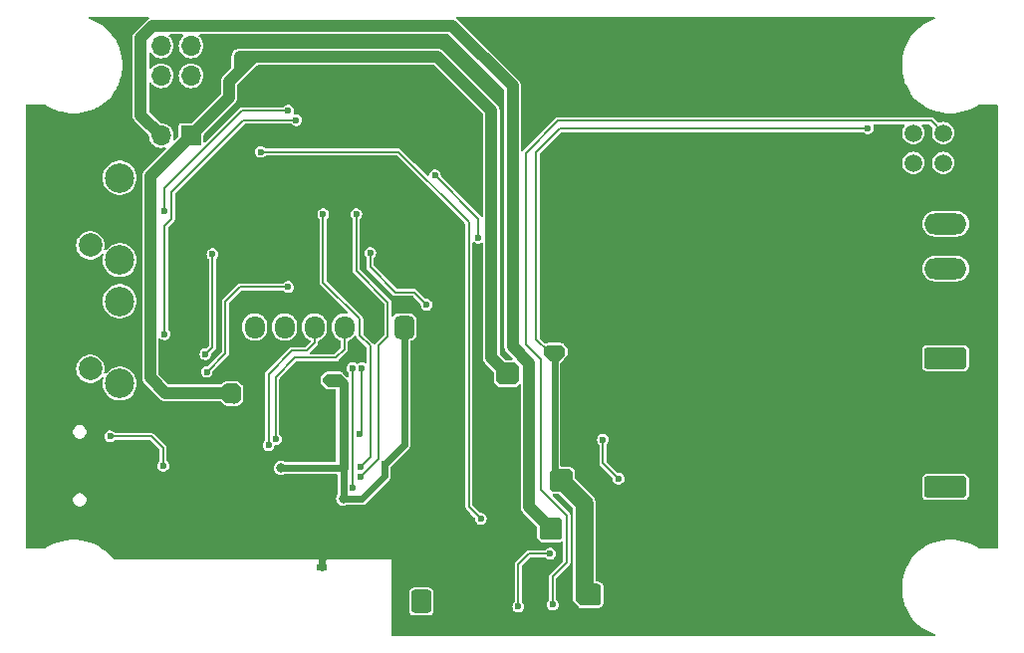
<source format=gbl>
G04 #@! TF.GenerationSoftware,KiCad,Pcbnew,8.0.2-8.0.2-0~ubuntu23.10.1*
G04 #@! TF.CreationDate,2024-05-23T15:30:07+07:00*
G04 #@! TF.ProjectId,Node_RS232,4e6f6465-5f52-4533-9233-322e6b696361,rev?*
G04 #@! TF.SameCoordinates,Original*
G04 #@! TF.FileFunction,Copper,L2,Bot*
G04 #@! TF.FilePolarity,Positive*
%FSLAX46Y46*%
G04 Gerber Fmt 4.6, Leading zero omitted, Abs format (unit mm)*
G04 Created by KiCad (PCBNEW 8.0.2-8.0.2-0~ubuntu23.10.1) date 2024-05-23 15:30:07*
%MOMM*%
%LPD*%
G01*
G04 APERTURE LIST*
G04 Aperture macros list*
%AMRoundRect*
0 Rectangle with rounded corners*
0 $1 Rounding radius*
0 $2 $3 $4 $5 $6 $7 $8 $9 X,Y pos of 4 corners*
0 Add a 4 corners polygon primitive as box body*
4,1,4,$2,$3,$4,$5,$6,$7,$8,$9,$2,$3,0*
0 Add four circle primitives for the rounded corners*
1,1,$1+$1,$2,$3*
1,1,$1+$1,$4,$5*
1,1,$1+$1,$6,$7*
1,1,$1+$1,$8,$9*
0 Add four rect primitives between the rounded corners*
20,1,$1+$1,$2,$3,$4,$5,0*
20,1,$1+$1,$4,$5,$6,$7,0*
20,1,$1+$1,$6,$7,$8,$9,0*
20,1,$1+$1,$8,$9,$2,$3,0*%
G04 Aperture macros list end*
G04 #@! TA.AperFunction,ComponentPad*
%ADD10O,2.100000X1.000000*%
G04 #@! TD*
G04 #@! TA.AperFunction,ComponentPad*
%ADD11O,1.600000X1.000000*%
G04 #@! TD*
G04 #@! TA.AperFunction,ComponentPad*
%ADD12C,2.000000*%
G04 #@! TD*
G04 #@! TA.AperFunction,ComponentPad*
%ADD13C,2.500000*%
G04 #@! TD*
G04 #@! TA.AperFunction,ComponentPad*
%ADD14RoundRect,0.250000X-0.600000X0.725000X-0.600000X-0.725000X0.600000X-0.725000X0.600000X0.725000X0*%
G04 #@! TD*
G04 #@! TA.AperFunction,ComponentPad*
%ADD15O,1.700000X1.950000*%
G04 #@! TD*
G04 #@! TA.AperFunction,ComponentPad*
%ADD16C,1.500000*%
G04 #@! TD*
G04 #@! TA.AperFunction,ComponentPad*
%ADD17RoundRect,0.425000X-0.425000X0.550000X-0.425000X-0.550000X0.425000X-0.550000X0.425000X0.550000X0*%
G04 #@! TD*
G04 #@! TA.AperFunction,ComponentPad*
%ADD18RoundRect,0.250000X1.550000X-0.650000X1.550000X0.650000X-1.550000X0.650000X-1.550000X-0.650000X0*%
G04 #@! TD*
G04 #@! TA.AperFunction,ComponentPad*
%ADD19O,3.600000X1.800000*%
G04 #@! TD*
G04 #@! TA.AperFunction,ComponentPad*
%ADD20C,0.500000*%
G04 #@! TD*
G04 #@! TA.AperFunction,ComponentPad*
%ADD21C,0.600000*%
G04 #@! TD*
G04 #@! TA.AperFunction,HeatsinkPad*
%ADD22C,0.500000*%
G04 #@! TD*
G04 #@! TA.AperFunction,HeatsinkPad*
%ADD23R,1.600000X1.600000*%
G04 #@! TD*
G04 #@! TA.AperFunction,ComponentPad*
%ADD24R,0.900000X0.500000*%
G04 #@! TD*
G04 #@! TA.AperFunction,ComponentPad*
%ADD25R,1.700000X1.700000*%
G04 #@! TD*
G04 #@! TA.AperFunction,ComponentPad*
%ADD26O,1.700000X1.700000*%
G04 #@! TD*
G04 #@! TA.AperFunction,ViaPad*
%ADD27C,0.800000*%
G04 #@! TD*
G04 #@! TA.AperFunction,ViaPad*
%ADD28C,0.600000*%
G04 #@! TD*
G04 #@! TA.AperFunction,Conductor*
%ADD29C,0.600000*%
G04 #@! TD*
G04 #@! TA.AperFunction,Conductor*
%ADD30C,0.200000*%
G04 #@! TD*
G04 #@! TA.AperFunction,Conductor*
%ADD31C,1.000000*%
G04 #@! TD*
G04 #@! TA.AperFunction,Conductor*
%ADD32C,1.500000*%
G04 #@! TD*
G04 #@! TA.AperFunction,Conductor*
%ADD33C,0.800000*%
G04 #@! TD*
G04 APERTURE END LIST*
D10*
X105530000Y-98080000D03*
D11*
X101350000Y-98080000D03*
D10*
X105530000Y-106720000D03*
D11*
X101350000Y-106720000D03*
D12*
X105900000Y-79150000D03*
X105900000Y-83650000D03*
D13*
X108400000Y-77900000D03*
X108400000Y-84900000D03*
D14*
X134035000Y-113950000D03*
D15*
X136575000Y-113950000D03*
D16*
X178400000Y-76640000D03*
X178400000Y-74100000D03*
X175860000Y-76640000D03*
X175860000Y-74100000D03*
D17*
X132580000Y-90600000D03*
D15*
X130040000Y-90600000D03*
X127500000Y-90600000D03*
X124960000Y-90600000D03*
X122420000Y-90600000D03*
X119880000Y-90600000D03*
D18*
X178600000Y-93230000D03*
D19*
X178600000Y-89420000D03*
X178600000Y-85610000D03*
X178600000Y-81800000D03*
D12*
X105900000Y-89650000D03*
X105900000Y-94150000D03*
D13*
X108400000Y-88400000D03*
X108400000Y-95400000D03*
D20*
X146335000Y-99210000D03*
X146910000Y-98260000D03*
X146910000Y-100160000D03*
X147485000Y-99210000D03*
D21*
X124850000Y-101662500D03*
X126050000Y-101662500D03*
X125450000Y-101062500D03*
X124850000Y-100487500D03*
X126050000Y-100487500D03*
D22*
X143150000Y-112441421D03*
X143150000Y-113541421D03*
X143700000Y-112991421D03*
D23*
X143700000Y-112991421D03*
D22*
X144250000Y-112441421D03*
X144250000Y-113541421D03*
D18*
X178600000Y-104200000D03*
D19*
X178600000Y-100390000D03*
D24*
X125600000Y-111000000D03*
D25*
X114475000Y-74300000D03*
D26*
X111935000Y-74300000D03*
X114475000Y-71760000D03*
X111935000Y-71760000D03*
X114475000Y-69220000D03*
X111935000Y-69220000D03*
X114475000Y-66680000D03*
X111935000Y-66680000D03*
D27*
X161800000Y-75200000D03*
X164900000Y-78100000D03*
X117300000Y-109900000D03*
X134500000Y-97200000D03*
X155700000Y-113200000D03*
X169100000Y-116100000D03*
X161700000Y-67900000D03*
X162800000Y-87300000D03*
X159700000Y-65200000D03*
X122900000Y-98500000D03*
X157700000Y-65200000D03*
X113300000Y-108200000D03*
X161900000Y-115400000D03*
X158600000Y-108700000D03*
X103300000Y-106800000D03*
X152500000Y-87300000D03*
X141700000Y-105800000D03*
X139600000Y-110600000D03*
X107100000Y-75600000D03*
X165600000Y-99100000D03*
X165700000Y-65200000D03*
X147000000Y-92800000D03*
X182500000Y-88700000D03*
X121500000Y-66200000D03*
X169600000Y-99100000D03*
X136500000Y-93200000D03*
X137200000Y-71600000D03*
X158000000Y-78500000D03*
X170200000Y-84300000D03*
X139700000Y-105800000D03*
X119300000Y-106300000D03*
X163700000Y-70700000D03*
X182500000Y-90700000D03*
X136900000Y-82500000D03*
X101400000Y-102700000D03*
X124500000Y-96600000D03*
X122300000Y-108700000D03*
X143400000Y-115400000D03*
X107700000Y-99000000D03*
X182500000Y-78700000D03*
X109300000Y-106300000D03*
X176600000Y-95000000D03*
X143700000Y-65200000D03*
X105900000Y-86600000D03*
X135300000Y-71600000D03*
X167800000Y-65200000D03*
X136000000Y-81000000D03*
X172800000Y-96100000D03*
X171800000Y-70700000D03*
X174600000Y-95000000D03*
X159700000Y-67900000D03*
X152500000Y-83400000D03*
X171800000Y-67900000D03*
X167800000Y-70700000D03*
X147400000Y-77500000D03*
X175500000Y-87600000D03*
X126800000Y-66200000D03*
X163100000Y-116100000D03*
X153400000Y-74900000D03*
X134500000Y-99200000D03*
X115300000Y-88900000D03*
X136900000Y-101200000D03*
X134500000Y-93200000D03*
X109300000Y-108200000D03*
X107100000Y-80800000D03*
X149300000Y-110400000D03*
X144900000Y-77500000D03*
X172800000Y-98100000D03*
X170600000Y-91900000D03*
X147700000Y-70700000D03*
X182500000Y-76700000D03*
X141700000Y-107500000D03*
X122600000Y-104600000D03*
X122900000Y-103800000D03*
X182500000Y-106700000D03*
X166800000Y-79500000D03*
X111700000Y-99400000D03*
X134500000Y-95200000D03*
D28*
X115300000Y-100600000D03*
X118900000Y-104400000D03*
D27*
X158600000Y-106300000D03*
X121000000Y-106300000D03*
X117400000Y-79100000D03*
D28*
X115800000Y-99400000D03*
D27*
X153400000Y-77500000D03*
X136900000Y-87900000D03*
X153600000Y-85400000D03*
X151600000Y-85400000D03*
X160500000Y-83400000D03*
X110900000Y-97600000D03*
X176600000Y-98000000D03*
X108400000Y-91200000D03*
X180600000Y-98000000D03*
X132100000Y-116100000D03*
X146900000Y-97300000D03*
X169600000Y-96900000D03*
X165500000Y-79900000D03*
X124500000Y-108700000D03*
X165100000Y-116100000D03*
X161000000Y-76700000D03*
X159600000Y-85400000D03*
X122300000Y-107800000D03*
X132500000Y-88700000D03*
X127100000Y-70500000D03*
X139700000Y-103500000D03*
D28*
X118900000Y-99400000D03*
D27*
X134500000Y-87200000D03*
X143700000Y-70700000D03*
X178600000Y-83700000D03*
X139600000Y-115300000D03*
X121000000Y-105100000D03*
X171600000Y-79500000D03*
X151400000Y-77500000D03*
X139500000Y-94800000D03*
X113700000Y-91200000D03*
X182500000Y-80700000D03*
X111400000Y-70600000D03*
X145700000Y-65200000D03*
X131700000Y-69300000D03*
X124300000Y-77900000D03*
D28*
X115300000Y-103200000D03*
D27*
X176000000Y-83700000D03*
X162800000Y-83300000D03*
X153600000Y-116000000D03*
X161800000Y-78400000D03*
X116300000Y-78200000D03*
X148600000Y-92800000D03*
D28*
X117400000Y-99400000D03*
D27*
X114600000Y-93700000D03*
X111300000Y-108200000D03*
X133900000Y-111800000D03*
X125700000Y-104600000D03*
X144600000Y-115400000D03*
X171100000Y-81800000D03*
X136600000Y-78100000D03*
X146900000Y-115900000D03*
X129800000Y-105700000D03*
X101400000Y-88700000D03*
X130000000Y-80300000D03*
X124500000Y-106900000D03*
X101400000Y-82700000D03*
X178600000Y-95000000D03*
X132000000Y-78300000D03*
X128000000Y-109900000D03*
X127100000Y-81900000D03*
X115300000Y-108200000D03*
X165600000Y-96900000D03*
X157700000Y-70700000D03*
X182500000Y-72700000D03*
X179500000Y-87600000D03*
X136600000Y-74800000D03*
X143700000Y-67900000D03*
X171100000Y-114000000D03*
X119100000Y-69900000D03*
X109800000Y-79200000D03*
X132100000Y-109300000D03*
X161200000Y-81000000D03*
X110600000Y-75600000D03*
X171100000Y-110400000D03*
X160400000Y-88500000D03*
X138100000Y-116100000D03*
X119300000Y-108200000D03*
D28*
X109800000Y-102400000D03*
D27*
X133200000Y-66300000D03*
X182500000Y-94700000D03*
X130000000Y-108700000D03*
X136600000Y-76100000D03*
X153700000Y-67900000D03*
X134500000Y-103200000D03*
X182500000Y-74700000D03*
X127100000Y-72500000D03*
X113700000Y-89300000D03*
X111700000Y-104600000D03*
X125400000Y-97600000D03*
X167100000Y-116100000D03*
X180300000Y-76700000D03*
X160500000Y-87300000D03*
X180600000Y-107700000D03*
X117300000Y-66400000D03*
X159900000Y-114000000D03*
X159700000Y-70700000D03*
X182500000Y-108700000D03*
X117500000Y-77700000D03*
X130700000Y-66300000D03*
X149500000Y-83600000D03*
X180300000Y-74700000D03*
X163700000Y-67900000D03*
X134500000Y-107300000D03*
X113300000Y-109900000D03*
X169800000Y-67900000D03*
X124300000Y-74500000D03*
X122700000Y-94900000D03*
X134500000Y-109300000D03*
X132000000Y-82300000D03*
X176600000Y-107700000D03*
X177500000Y-91200000D03*
X123200000Y-96600000D03*
X172600000Y-91900000D03*
X115300000Y-109900000D03*
X138600000Y-76100000D03*
X169800000Y-65200000D03*
X180600000Y-95000000D03*
X124500000Y-107800000D03*
X130700000Y-84100000D03*
X134500000Y-105200000D03*
X167600000Y-99100000D03*
X124300000Y-81900000D03*
X136100000Y-116100000D03*
X101400000Y-104700000D03*
X166600000Y-91900000D03*
X151000000Y-113200000D03*
X173800000Y-70700000D03*
X121000000Y-109700000D03*
X115300000Y-79100000D03*
X103500000Y-74700000D03*
X168600000Y-95000000D03*
D28*
X115800000Y-104400000D03*
D27*
X147700000Y-67900000D03*
X164600000Y-80600000D03*
X101400000Y-92700000D03*
X173700000Y-97100000D03*
X149400000Y-74900000D03*
X117300000Y-106300000D03*
D28*
X119400000Y-103600000D03*
D27*
X114600000Y-81000000D03*
X101400000Y-84700000D03*
D28*
X120500000Y-103600000D03*
D27*
X125300000Y-66200000D03*
X147700000Y-65200000D03*
X182500000Y-104700000D03*
X122300000Y-106900000D03*
X134500000Y-85200000D03*
X182500000Y-102700000D03*
X111300000Y-106300000D03*
X109300000Y-109900000D03*
X124300000Y-79900000D03*
X151700000Y-67900000D03*
X130700000Y-69300000D03*
X117300000Y-67900000D03*
X170700000Y-74600000D03*
D28*
X115300000Y-101900000D03*
D27*
X158500000Y-87300000D03*
X140500000Y-108100000D03*
X148700000Y-116000000D03*
X101400000Y-80700000D03*
X182500000Y-84700000D03*
X118300000Y-89000000D03*
X124600000Y-93900000D03*
X137400000Y-67700000D03*
X113300000Y-106300000D03*
X135300000Y-69600000D03*
X109000000Y-71800000D03*
X149500000Y-106100000D03*
X136900000Y-97200000D03*
X173800000Y-65200000D03*
X130000000Y-109900000D03*
D28*
X110200000Y-100700000D03*
D27*
X151000000Y-116000000D03*
X147400000Y-74900000D03*
X155700000Y-116100000D03*
X162800000Y-89300000D03*
X138900000Y-93900000D03*
X173100000Y-116100000D03*
X132300000Y-73500000D03*
X177500000Y-87600000D03*
X126600000Y-93900000D03*
X155600000Y-85400000D03*
X138600000Y-78100000D03*
X175100000Y-116100000D03*
X132100000Y-112700000D03*
X158600000Y-114000000D03*
X147800000Y-94400000D03*
X128000000Y-108700000D03*
X115300000Y-106300000D03*
X145700000Y-70700000D03*
X182500000Y-86700000D03*
X117300000Y-108200000D03*
X156500000Y-110000000D03*
X157300000Y-114000000D03*
X147900000Y-114900000D03*
X132000000Y-80300000D03*
D28*
X147900000Y-103700000D03*
D27*
X167500000Y-74600000D03*
X127100000Y-77900000D03*
X101400000Y-90700000D03*
X167800000Y-67900000D03*
X119900000Y-98800000D03*
X133300000Y-71600000D03*
X180300000Y-78600000D03*
X141600000Y-115000000D03*
X157600000Y-85400000D03*
X136900000Y-95200000D03*
X169100000Y-74600000D03*
X134300000Y-73500000D03*
X126000000Y-109900000D03*
X163700000Y-65200000D03*
X108000000Y-72700000D03*
X161700000Y-70700000D03*
X117400000Y-83000000D03*
D28*
X117400000Y-104400000D03*
D27*
X150300000Y-92800000D03*
X141400000Y-65200000D03*
X108200000Y-97600000D03*
X151700000Y-70700000D03*
X162800000Y-85300000D03*
X101400000Y-76700000D03*
X154400000Y-110700000D03*
X182500000Y-92700000D03*
X136900000Y-84500000D03*
X155600000Y-108700000D03*
X153700000Y-70700000D03*
X149700000Y-67900000D03*
X114600000Y-83400000D03*
X140600000Y-115800000D03*
X171100000Y-116100000D03*
X159000000Y-88500000D03*
X182500000Y-100700000D03*
X118300000Y-92300000D03*
X136900000Y-86500000D03*
X153600000Y-113200000D03*
X154500000Y-87300000D03*
X178600000Y-98000000D03*
X112500000Y-94200000D03*
X115800000Y-71300000D03*
X170600000Y-95000000D03*
X121800000Y-69500000D03*
X171800000Y-65200000D03*
X130300000Y-73500000D03*
X155400000Y-77500000D03*
X101400000Y-100700000D03*
X165800000Y-89400000D03*
X173100000Y-114000000D03*
X112600000Y-72900000D03*
X105900000Y-96500000D03*
X127100000Y-74500000D03*
X171000000Y-78400000D03*
X153700000Y-65200000D03*
X166600000Y-95000000D03*
X130000000Y-78300000D03*
X117400000Y-81000000D03*
X101400000Y-96700000D03*
X173100000Y-110400000D03*
X155400000Y-74900000D03*
X147800000Y-95500000D03*
X115300000Y-86400000D03*
X179500000Y-91200000D03*
X136500000Y-91200000D03*
X151700000Y-65200000D03*
X173500000Y-79500000D03*
X127100000Y-79900000D03*
X172600000Y-107700000D03*
X155700000Y-67900000D03*
X151400000Y-74900000D03*
X119800000Y-83000000D03*
X119900000Y-105100000D03*
X156500000Y-83400000D03*
X178500000Y-78600000D03*
X161700000Y-65200000D03*
X101400000Y-108900000D03*
X182500000Y-98700000D03*
X124500000Y-109600000D03*
X109900000Y-89600000D03*
X158500000Y-83400000D03*
X138600000Y-73900000D03*
X126000000Y-108700000D03*
X156500000Y-111300000D03*
X145200000Y-85500000D03*
X149700000Y-65200000D03*
X134500000Y-83200000D03*
X128900000Y-92500000D03*
X105900000Y-91900000D03*
X134500000Y-101200000D03*
X169800000Y-70700000D03*
X130700000Y-82300000D03*
X141700000Y-103500000D03*
X144700000Y-80700000D03*
X136900000Y-105200000D03*
X149300000Y-111900000D03*
X141600000Y-110600000D03*
X122800000Y-66200000D03*
X167600000Y-96900000D03*
X175500000Y-91200000D03*
X112500000Y-92300000D03*
X155700000Y-70700000D03*
X136900000Y-99200000D03*
X149400000Y-77500000D03*
X132100000Y-107300000D03*
X148000000Y-101000000D03*
X172900000Y-77200000D03*
X165700000Y-70700000D03*
X134500000Y-91200000D03*
X101400000Y-86700000D03*
X130900000Y-104700000D03*
X136900000Y-103200000D03*
X132100000Y-114700000D03*
X134100000Y-116100000D03*
X182500000Y-96700000D03*
X145900000Y-114900000D03*
X157700000Y-67900000D03*
X128600000Y-66200000D03*
X155600000Y-106300000D03*
X133300000Y-69600000D03*
X113700000Y-97600000D03*
X101400000Y-74700000D03*
X101400000Y-78700000D03*
X174600000Y-107700000D03*
X173800000Y-67900000D03*
X111300000Y-109900000D03*
X176500000Y-78600000D03*
X178600000Y-107700000D03*
X159400000Y-78600000D03*
X172600000Y-95000000D03*
X168600000Y-91900000D03*
X114000000Y-79100000D03*
D28*
X119400000Y-100200000D03*
D27*
X145700000Y-67900000D03*
X143600000Y-110600000D03*
X143700000Y-73300000D03*
X149700000Y-70700000D03*
X101400000Y-72700000D03*
X146900000Y-101300000D03*
X149100000Y-97500000D03*
D28*
X110200000Y-104100000D03*
D27*
X135700000Y-66300000D03*
X154500000Y-83400000D03*
X119300000Y-109900000D03*
X101400000Y-94700000D03*
X182500000Y-82700000D03*
X107700000Y-105700000D03*
X175600000Y-81400000D03*
X116100000Y-66400000D03*
X143400000Y-108100000D03*
X156500000Y-87300000D03*
X165700000Y-67900000D03*
X119000000Y-85600000D03*
X155700000Y-65200000D03*
D28*
X112200000Y-80700000D03*
X122700000Y-72200000D03*
D27*
X118100000Y-95800000D03*
X141800000Y-94100000D03*
X140000000Y-76100000D03*
X140900000Y-95000000D03*
X141800000Y-95000000D03*
D28*
X111000000Y-84400000D03*
D27*
X119100000Y-68300000D03*
X119600000Y-67600000D03*
X118100000Y-96700000D03*
D28*
X111000000Y-94900000D03*
D27*
X118600000Y-67600000D03*
X140900000Y-94100000D03*
D28*
X144975000Y-109870710D03*
X107600000Y-99900000D03*
D27*
X145500000Y-107300000D03*
D28*
X112100000Y-102400000D03*
D27*
X144600000Y-107300000D03*
X144600000Y-108200000D03*
X145500000Y-108200000D03*
D28*
X142274863Y-114366420D03*
D27*
X145850000Y-92700000D03*
X147900000Y-113800000D03*
X147900000Y-112900000D03*
D28*
X172000000Y-73700000D03*
D27*
X146400000Y-103200000D03*
X146400000Y-104100000D03*
X148800000Y-113800000D03*
X144850000Y-92700000D03*
X145500000Y-103200000D03*
X145500000Y-104100000D03*
X148800000Y-112900000D03*
D28*
X120400000Y-75700000D03*
X139100000Y-106900000D03*
D27*
X126200000Y-95100000D03*
D28*
X116300000Y-84400000D03*
D27*
X127400000Y-105201142D03*
D28*
X130950000Y-102250000D03*
D27*
X122100000Y-102600000D03*
X127100000Y-95100000D03*
D28*
X115700000Y-92900000D03*
X128200000Y-104275736D03*
X128199997Y-94100000D03*
X129000000Y-94100000D03*
X128800000Y-99700000D03*
X123400000Y-73000000D03*
X112200000Y-91200000D03*
X145200000Y-114200000D03*
X121661605Y-100128335D03*
X121048994Y-100642837D03*
X128500000Y-81000000D03*
X128850664Y-103312488D03*
X125700000Y-81000000D03*
X128845946Y-102512500D03*
X122700000Y-87200000D03*
X115798052Y-94409179D03*
X149475000Y-100178761D03*
X150800000Y-103500000D03*
X138900000Y-83000000D03*
X135200000Y-77700000D03*
X129700000Y-84300000D03*
X134500000Y-88700000D03*
D29*
X125600000Y-111000000D02*
X125600000Y-110300000D01*
X125600000Y-110300000D02*
X126000000Y-109900000D01*
D30*
X112200000Y-78800000D02*
X118800000Y-72200000D01*
X118800000Y-72200000D02*
X122700000Y-72200000D01*
X112200000Y-80700000D02*
X112200000Y-78800000D01*
D31*
X119100000Y-68300000D02*
X117700000Y-69700000D01*
X140000000Y-76100000D02*
X140000000Y-72200000D01*
X118200000Y-96200000D02*
X112300000Y-96200000D01*
X111000000Y-84400000D02*
X111000000Y-77775000D01*
X135400000Y-67600000D02*
X118600000Y-67600000D01*
X117700000Y-71075000D02*
X114475000Y-74300000D01*
X111000000Y-84400000D02*
X111000000Y-94900000D01*
X140900000Y-94100000D02*
X140000000Y-93200000D01*
X117700000Y-69700000D02*
X117700000Y-71075000D01*
X140000000Y-93200000D02*
X140000000Y-76100000D01*
X112300000Y-96200000D02*
X111000000Y-94900000D01*
X140000000Y-72200000D02*
X135400000Y-67600000D01*
X111000000Y-77775000D02*
X114475000Y-74300000D01*
X144600000Y-107300000D02*
X143200000Y-105900000D01*
D30*
X111100000Y-99900000D02*
X112100000Y-100900000D01*
X142279289Y-110770710D02*
X143179289Y-109870710D01*
X107600000Y-99900000D02*
X111100000Y-99900000D01*
X143179289Y-109870710D02*
X144975000Y-109870710D01*
D31*
X141800000Y-70100000D02*
X136700000Y-65000000D01*
D30*
X142274863Y-114366420D02*
X142279289Y-114361994D01*
D31*
X143200000Y-105900000D02*
X143200000Y-93650000D01*
X111200000Y-65000000D02*
X110200000Y-66000000D01*
D30*
X142279289Y-114361994D02*
X142279289Y-110770710D01*
X112100000Y-100900000D02*
X112100000Y-102400000D01*
D31*
X110200000Y-72565000D02*
X111935000Y-74300000D01*
X143200000Y-93650000D02*
X141800000Y-92250000D01*
X136700000Y-65000000D02*
X111200000Y-65000000D01*
X110200000Y-66000000D02*
X110200000Y-72565000D01*
X141800000Y-92250000D02*
X141800000Y-70100000D01*
D30*
X143800000Y-91650000D02*
X144850000Y-92700000D01*
X172000000Y-73700000D02*
X145800000Y-73700000D01*
D29*
X145300000Y-93150000D02*
X145400000Y-93150000D01*
X145400000Y-93150000D02*
X145350000Y-93200000D01*
D32*
X147900000Y-105600000D02*
X147900000Y-112900000D01*
D29*
X145350000Y-93200000D02*
X145350000Y-103050000D01*
D32*
X146400000Y-104100000D02*
X147900000Y-105600000D01*
D30*
X143800000Y-75700000D02*
X143800000Y-91650000D01*
X145800000Y-73700000D02*
X143800000Y-75700000D01*
D29*
X145850000Y-92700000D02*
X145400000Y-93150000D01*
X144850000Y-92700000D02*
X145300000Y-93150000D01*
X145350000Y-103050000D02*
X145500000Y-103200000D01*
D30*
X138100000Y-81700000D02*
X132100000Y-75700000D01*
X139100000Y-106900000D02*
X138100000Y-105900000D01*
X138100000Y-105900000D02*
X138100000Y-81700000D01*
X132100000Y-75700000D02*
X120400000Y-75700000D01*
D29*
X127400000Y-102600000D02*
X127400000Y-105201142D01*
D30*
X122187500Y-102512500D02*
X127387500Y-102512500D01*
D33*
X127400000Y-102600000D02*
X127400000Y-95400000D01*
D30*
X127400000Y-95400000D02*
X127400000Y-102500000D01*
X127400000Y-102500000D02*
X127400000Y-102600000D01*
D29*
X130950000Y-102250000D02*
X132580000Y-100620000D01*
X122100000Y-102600000D02*
X127400000Y-102600000D01*
D33*
X127400000Y-95400000D02*
X127100000Y-95100000D01*
D29*
X130950000Y-102250000D02*
X130950000Y-103250000D01*
X130950000Y-103250000D02*
X128998858Y-105201142D01*
D30*
X127387500Y-102512500D02*
X127400000Y-102500000D01*
D29*
X132580000Y-100620000D02*
X132580000Y-90600000D01*
D30*
X115700000Y-92900000D02*
X116300000Y-92300000D01*
D29*
X128998858Y-105201142D02*
X127400000Y-105201142D01*
D30*
X116300000Y-92300000D02*
X116300000Y-84400000D01*
X122100000Y-102600000D02*
X122187500Y-102512500D01*
X128199997Y-100700003D02*
X128199997Y-94100000D01*
X128200000Y-100700006D02*
X128199997Y-100700003D01*
X128200000Y-104275736D02*
X128200000Y-100700006D01*
X129000000Y-99500000D02*
X128800000Y-99700000D01*
X129000000Y-94100000D02*
X129000000Y-99500000D01*
X112800000Y-79100000D02*
X112800000Y-81400000D01*
X112200000Y-82000000D02*
X112200000Y-91200000D01*
X112800000Y-81400000D02*
X112200000Y-82000000D01*
X118900000Y-73000000D02*
X112800000Y-79100000D01*
X123400000Y-73000000D02*
X118900000Y-73000000D01*
X142900000Y-92050000D02*
X142900000Y-75800000D01*
X144200000Y-104400000D02*
X144200000Y-93350000D01*
X146400000Y-106600000D02*
X144200000Y-104400000D01*
X145200000Y-114200000D02*
X145200000Y-111800000D01*
X177350000Y-73050000D02*
X178400000Y-74100000D01*
X145650000Y-73050000D02*
X177350000Y-73050000D01*
X145200000Y-111800000D02*
X146400000Y-110600000D01*
X144200000Y-93350000D02*
X142900000Y-92050000D01*
X142900000Y-75800000D02*
X145650000Y-73050000D01*
X146400000Y-110600000D02*
X146400000Y-106600000D01*
X123300000Y-93200000D02*
X126800000Y-93200000D01*
X121661605Y-100128335D02*
X121661605Y-94838395D01*
X121661605Y-94838395D02*
X123300000Y-93200000D01*
X126800000Y-93200000D02*
X127500000Y-92500000D01*
X127500000Y-92500000D02*
X127500000Y-90600000D01*
X124300000Y-92600000D02*
X124960000Y-91940000D01*
X121048994Y-94601006D02*
X123050000Y-92600000D01*
X123050000Y-92600000D02*
X124300000Y-92600000D01*
X121048994Y-100642837D02*
X121048994Y-94601006D01*
X124960000Y-91940000D02*
X124960000Y-90600000D01*
X128894487Y-103312488D02*
X130400000Y-101806975D01*
X130400000Y-92195000D02*
X131190000Y-91405000D01*
X131190000Y-88490000D02*
X128500000Y-85800000D01*
X131190000Y-91405000D02*
X131190000Y-88490000D01*
X128500000Y-85800000D02*
X128500000Y-81000000D01*
X128850664Y-103312488D02*
X128894487Y-103312488D01*
X130400000Y-101806975D02*
X130400000Y-92195000D01*
X128800000Y-89900000D02*
X125700000Y-86800000D01*
X125700000Y-86800000D02*
X125700000Y-81000000D01*
X128800000Y-91300000D02*
X128800000Y-89900000D01*
X129700000Y-92200000D02*
X128800000Y-91300000D01*
X129700000Y-101658446D02*
X129700000Y-92200000D01*
X128845946Y-102512500D02*
X129700000Y-101658446D01*
X122700000Y-87200000D02*
X118600000Y-87200000D01*
X117400000Y-88400000D02*
X117400000Y-92807231D01*
X118600000Y-87200000D02*
X117400000Y-88400000D01*
X117400000Y-92807231D02*
X115798052Y-94409179D01*
X149475000Y-102175000D02*
X150800000Y-103500000D01*
X149475000Y-100178761D02*
X149475000Y-102175000D01*
X138900000Y-81400000D02*
X138900000Y-83000000D01*
X138900000Y-81400000D02*
X135200000Y-77700000D01*
X134500000Y-88700000D02*
X133450000Y-87650000D01*
X129700000Y-85500000D02*
X129700000Y-84300000D01*
X133450000Y-87650000D02*
X131850000Y-87650000D01*
X131850000Y-87650000D02*
X129700000Y-85500000D01*
G04 #@! TA.AperFunction,Conductor*
G36*
X110867501Y-64219407D02*
G01*
X110903465Y-64268907D01*
X110903465Y-64330093D01*
X110867501Y-64379593D01*
X110864311Y-64381816D01*
X110753460Y-64455883D01*
X109655883Y-65553460D01*
X109597015Y-65641564D01*
X109579223Y-65668191D01*
X109526420Y-65795670D01*
X109526420Y-65795672D01*
X109499500Y-65931004D01*
X109499500Y-72633996D01*
X109526420Y-72769327D01*
X109526420Y-72769329D01*
X109579223Y-72896808D01*
X109648174Y-73000002D01*
X109655886Y-73011543D01*
X110267067Y-73622724D01*
X110852129Y-74207786D01*
X110879906Y-74262303D01*
X110880648Y-74287490D01*
X110879418Y-74299996D01*
X110879417Y-74300003D01*
X110899698Y-74505929D01*
X110899699Y-74505934D01*
X110959768Y-74703954D01*
X111057316Y-74886452D01*
X111136055Y-74982396D01*
X111188590Y-75046410D01*
X111188595Y-75046414D01*
X111348547Y-75177683D01*
X111348548Y-75177683D01*
X111348550Y-75177685D01*
X111531046Y-75275232D01*
X111665007Y-75315868D01*
X111729065Y-75335300D01*
X111729070Y-75335301D01*
X111934997Y-75355583D01*
X111935000Y-75355583D01*
X111935003Y-75355583D01*
X112140929Y-75335301D01*
X112140929Y-75335300D01*
X112140934Y-75335300D01*
X112204993Y-75315868D01*
X112266163Y-75317069D01*
X112314948Y-75353997D01*
X112332710Y-75412548D01*
X112312664Y-75470356D01*
X112303733Y-75480609D01*
X110455883Y-77328460D01*
X110379223Y-77443191D01*
X110326420Y-77570670D01*
X110326420Y-77570672D01*
X110308565Y-77660436D01*
X110299500Y-77706006D01*
X110299500Y-94968996D01*
X110326420Y-95104327D01*
X110326420Y-95104329D01*
X110379223Y-95231808D01*
X110448043Y-95334806D01*
X110455886Y-95346543D01*
X111853457Y-96744114D01*
X111968189Y-96820775D01*
X112095672Y-96873580D01*
X112231006Y-96900500D01*
X112231007Y-96900500D01*
X116968872Y-96900500D01*
X117027063Y-96919407D01*
X117038876Y-96929496D01*
X117318376Y-97208996D01*
X117334722Y-97223679D01*
X117334738Y-97223693D01*
X117355380Y-97240327D01*
X117426425Y-97277490D01*
X117426426Y-97277490D01*
X117426428Y-97277491D01*
X117426561Y-97277530D01*
X117493464Y-97297175D01*
X117551362Y-97305500D01*
X118092126Y-97305500D01*
X118094905Y-97305682D01*
X118100000Y-97305682D01*
X118105095Y-97305682D01*
X118107874Y-97305500D01*
X118348620Y-97305500D01*
X118348638Y-97305500D01*
X118370607Y-97304322D01*
X118396965Y-97301488D01*
X118473482Y-97277529D01*
X118534805Y-97244044D01*
X118581629Y-97208991D01*
X118808991Y-96981629D01*
X118823693Y-96965262D01*
X118840327Y-96944620D01*
X118877490Y-96873575D01*
X118897175Y-96806536D01*
X118905500Y-96748638D01*
X118905500Y-95751362D01*
X118904322Y-95729393D01*
X118901488Y-95703035D01*
X118881614Y-95639563D01*
X118877530Y-95626520D01*
X118867961Y-95608996D01*
X118844044Y-95565195D01*
X118808991Y-95518371D01*
X118581629Y-95291009D01*
X118581623Y-95291003D01*
X118565277Y-95276320D01*
X118565270Y-95276314D01*
X118565262Y-95276307D01*
X118544620Y-95259673D01*
X118544619Y-95259672D01*
X118473576Y-95222510D01*
X118473571Y-95222508D01*
X118406542Y-95202826D01*
X118406533Y-95202824D01*
X118360322Y-95196180D01*
X118348638Y-95194500D01*
X118348637Y-95194500D01*
X118107874Y-95194500D01*
X118105095Y-95194318D01*
X118094905Y-95194318D01*
X118092126Y-95194500D01*
X117451343Y-95194500D01*
X117429405Y-95195677D01*
X117429398Y-95195677D01*
X117429393Y-95195678D01*
X117420894Y-95196591D01*
X117403038Y-95198511D01*
X117403033Y-95198512D01*
X117326520Y-95222469D01*
X117265193Y-95255957D01*
X117218369Y-95291010D01*
X117038876Y-95470504D01*
X116984359Y-95498281D01*
X116968872Y-95499500D01*
X112631165Y-95499500D01*
X112572974Y-95480593D01*
X112561161Y-95470504D01*
X111729496Y-94638839D01*
X111701719Y-94584322D01*
X111700500Y-94568835D01*
X111700500Y-94409176D01*
X115292405Y-94409176D01*
X115292405Y-94409181D01*
X115312886Y-94551635D01*
X115372674Y-94682550D01*
X115372675Y-94682552D01*
X115466924Y-94791322D01*
X115466925Y-94791323D01*
X115587994Y-94869129D01*
X115587999Y-94869132D01*
X115670874Y-94893466D01*
X115726087Y-94909678D01*
X115726088Y-94909678D01*
X115726091Y-94909679D01*
X115726093Y-94909679D01*
X115870011Y-94909679D01*
X115870013Y-94909679D01*
X116008105Y-94869132D01*
X116129180Y-94791322D01*
X116223429Y-94682552D01*
X116283217Y-94551636D01*
X116292796Y-94485013D01*
X116303699Y-94409181D01*
X116303699Y-94409179D01*
X116302844Y-94403236D01*
X116300610Y-94387696D01*
X116311042Y-94327407D01*
X116328595Y-94303605D01*
X117640460Y-92991742D01*
X117660783Y-92956542D01*
X117680020Y-92923223D01*
X117680020Y-92923221D01*
X117680022Y-92923219D01*
X117700500Y-92846793D01*
X117700500Y-92767669D01*
X117700500Y-90371532D01*
X118829500Y-90371532D01*
X118829500Y-90828467D01*
X118869869Y-91031418D01*
X118949058Y-91222597D01*
X119043885Y-91364516D01*
X119064023Y-91394655D01*
X119210345Y-91540977D01*
X119382402Y-91655941D01*
X119573580Y-91735130D01*
X119776535Y-91775500D01*
X119776536Y-91775500D01*
X119983464Y-91775500D01*
X119983465Y-91775500D01*
X120186420Y-91735130D01*
X120377598Y-91655941D01*
X120549655Y-91540977D01*
X120695977Y-91394655D01*
X120810941Y-91222598D01*
X120890130Y-91031420D01*
X120930500Y-90828465D01*
X120930500Y-90371535D01*
X120930499Y-90371532D01*
X121369500Y-90371532D01*
X121369500Y-90828467D01*
X121409869Y-91031418D01*
X121489058Y-91222597D01*
X121583885Y-91364516D01*
X121604023Y-91394655D01*
X121750345Y-91540977D01*
X121922402Y-91655941D01*
X122113580Y-91735130D01*
X122316535Y-91775500D01*
X122316536Y-91775500D01*
X122523464Y-91775500D01*
X122523465Y-91775500D01*
X122726420Y-91735130D01*
X122917598Y-91655941D01*
X123089655Y-91540977D01*
X123235977Y-91394655D01*
X123350941Y-91222598D01*
X123430130Y-91031420D01*
X123470500Y-90828465D01*
X123470500Y-90371535D01*
X123430130Y-90168580D01*
X123350941Y-89977402D01*
X123235977Y-89805345D01*
X123089655Y-89659023D01*
X123028966Y-89618472D01*
X122917597Y-89544058D01*
X122726418Y-89464869D01*
X122523467Y-89424500D01*
X122523465Y-89424500D01*
X122316535Y-89424500D01*
X122316532Y-89424500D01*
X122113581Y-89464869D01*
X121922402Y-89544058D01*
X121750348Y-89659020D01*
X121604020Y-89805348D01*
X121489058Y-89977402D01*
X121409869Y-90168581D01*
X121369500Y-90371532D01*
X120930499Y-90371532D01*
X120890130Y-90168580D01*
X120810941Y-89977402D01*
X120695977Y-89805345D01*
X120549655Y-89659023D01*
X120488966Y-89618472D01*
X120377597Y-89544058D01*
X120186418Y-89464869D01*
X119983467Y-89424500D01*
X119983465Y-89424500D01*
X119776535Y-89424500D01*
X119776532Y-89424500D01*
X119573581Y-89464869D01*
X119382402Y-89544058D01*
X119210348Y-89659020D01*
X119064020Y-89805348D01*
X118949058Y-89977402D01*
X118869869Y-90168581D01*
X118829500Y-90371532D01*
X117700500Y-90371532D01*
X117700500Y-88565479D01*
X117719407Y-88507288D01*
X117729496Y-88495475D01*
X118695475Y-87529496D01*
X118749992Y-87501719D01*
X118765479Y-87500500D01*
X122252917Y-87500500D01*
X122311108Y-87519407D01*
X122327733Y-87534667D01*
X122368872Y-87582143D01*
X122489947Y-87659953D01*
X122596403Y-87691211D01*
X122628035Y-87700499D01*
X122628036Y-87700499D01*
X122628039Y-87700500D01*
X122628041Y-87700500D01*
X122771959Y-87700500D01*
X122771961Y-87700500D01*
X122910053Y-87659953D01*
X123031128Y-87582143D01*
X123125377Y-87473373D01*
X123185165Y-87342457D01*
X123205647Y-87200000D01*
X123202991Y-87181530D01*
X123185165Y-87057543D01*
X123151812Y-86984511D01*
X123125377Y-86926627D01*
X123031128Y-86817857D01*
X123031127Y-86817856D01*
X123031126Y-86817855D01*
X122910057Y-86740049D01*
X122910054Y-86740047D01*
X122910053Y-86740047D01*
X122910050Y-86740046D01*
X122771964Y-86699500D01*
X122771961Y-86699500D01*
X122628039Y-86699500D01*
X122628035Y-86699500D01*
X122489949Y-86740046D01*
X122489942Y-86740049D01*
X122368876Y-86817854D01*
X122368871Y-86817858D01*
X122327736Y-86865331D01*
X122275340Y-86896927D01*
X122252917Y-86899500D01*
X118560435Y-86899500D01*
X118484012Y-86919978D01*
X118432879Y-86949500D01*
X118432878Y-86949499D01*
X118415491Y-86959538D01*
X117215489Y-88159540D01*
X117215488Y-88159539D01*
X117159539Y-88215489D01*
X117119980Y-88284007D01*
X117119978Y-88284011D01*
X117099500Y-88360435D01*
X117099500Y-92641751D01*
X117080593Y-92699942D01*
X117070504Y-92711755D01*
X115902576Y-93879683D01*
X115848059Y-93907460D01*
X115832572Y-93908679D01*
X115726087Y-93908679D01*
X115588001Y-93949225D01*
X115587994Y-93949228D01*
X115466925Y-94027034D01*
X115372674Y-94135807D01*
X115312886Y-94266722D01*
X115292405Y-94409176D01*
X111700500Y-94409176D01*
X111700500Y-92899997D01*
X115194353Y-92899997D01*
X115194353Y-92900002D01*
X115214834Y-93042456D01*
X115248084Y-93115262D01*
X115274623Y-93173373D01*
X115368872Y-93282143D01*
X115368873Y-93282144D01*
X115455420Y-93337764D01*
X115489947Y-93359953D01*
X115570857Y-93383710D01*
X115628035Y-93400499D01*
X115628036Y-93400499D01*
X115628039Y-93400500D01*
X115628041Y-93400500D01*
X115771959Y-93400500D01*
X115771961Y-93400500D01*
X115910053Y-93359953D01*
X116031128Y-93282143D01*
X116125377Y-93173373D01*
X116185165Y-93042457D01*
X116197518Y-92956542D01*
X116205647Y-92900002D01*
X116205647Y-92899998D01*
X116202558Y-92878516D01*
X116212991Y-92818227D01*
X116230543Y-92794426D01*
X116540460Y-92484511D01*
X116557886Y-92454329D01*
X116558113Y-92453936D01*
X116580020Y-92415990D01*
X116580021Y-92415989D01*
X116600500Y-92339562D01*
X116600500Y-84853893D01*
X116619407Y-84795702D01*
X116626741Y-84787711D01*
X116626491Y-84787494D01*
X116641143Y-84770585D01*
X116725377Y-84673373D01*
X116785165Y-84542457D01*
X116805647Y-84400000D01*
X116801721Y-84372697D01*
X116785165Y-84257543D01*
X116725377Y-84126628D01*
X116725377Y-84126627D01*
X116631128Y-84017857D01*
X116631127Y-84017856D01*
X116631126Y-84017855D01*
X116510057Y-83940049D01*
X116510054Y-83940047D01*
X116510053Y-83940047D01*
X116510050Y-83940046D01*
X116371964Y-83899500D01*
X116371961Y-83899500D01*
X116228039Y-83899500D01*
X116228035Y-83899500D01*
X116089949Y-83940046D01*
X116089942Y-83940049D01*
X115968873Y-84017855D01*
X115874622Y-84126628D01*
X115814834Y-84257543D01*
X115794353Y-84399997D01*
X115794353Y-84400002D01*
X115814834Y-84542456D01*
X115846651Y-84612124D01*
X115874623Y-84673373D01*
X115944393Y-84753893D01*
X115973509Y-84787494D01*
X115971471Y-84789259D01*
X115996925Y-84831458D01*
X115999500Y-84853893D01*
X115999500Y-92134521D01*
X115980593Y-92192712D01*
X115970504Y-92204524D01*
X115804523Y-92370504D01*
X115750008Y-92398281D01*
X115734521Y-92399500D01*
X115628035Y-92399500D01*
X115489949Y-92440046D01*
X115489942Y-92440049D01*
X115368873Y-92517855D01*
X115274622Y-92626628D01*
X115214834Y-92757543D01*
X115194353Y-92899997D01*
X111700500Y-92899997D01*
X111700500Y-91653027D01*
X111719407Y-91594836D01*
X111768907Y-91558872D01*
X111830093Y-91558872D01*
X111864334Y-91578210D01*
X111868869Y-91582140D01*
X111868872Y-91582143D01*
X111868874Y-91582144D01*
X111868875Y-91582145D01*
X111983705Y-91655942D01*
X111989947Y-91659953D01*
X112090787Y-91689562D01*
X112128035Y-91700499D01*
X112128036Y-91700499D01*
X112128039Y-91700500D01*
X112128041Y-91700500D01*
X112271959Y-91700500D01*
X112271961Y-91700500D01*
X112410053Y-91659953D01*
X112531128Y-91582143D01*
X112625377Y-91473373D01*
X112685165Y-91342457D01*
X112702398Y-91222597D01*
X112705647Y-91200002D01*
X112705647Y-91199997D01*
X112685165Y-91057543D01*
X112625377Y-90926628D01*
X112625377Y-90926627D01*
X112531128Y-90817857D01*
X112531127Y-90817856D01*
X112526491Y-90812506D01*
X112528524Y-90810743D01*
X112503067Y-90768505D01*
X112500500Y-90746105D01*
X112500500Y-82165478D01*
X112519407Y-82107287D01*
X112529490Y-82095480D01*
X113040460Y-81584511D01*
X113058301Y-81553608D01*
X113064832Y-81542298D01*
X113075124Y-81524471D01*
X113080021Y-81515989D01*
X113100500Y-81439562D01*
X113100500Y-79265479D01*
X113119407Y-79207288D01*
X113129496Y-79195475D01*
X118995475Y-73329496D01*
X119049992Y-73301719D01*
X119065479Y-73300500D01*
X122952917Y-73300500D01*
X123011108Y-73319407D01*
X123027733Y-73334667D01*
X123068872Y-73382143D01*
X123189947Y-73459953D01*
X123294414Y-73490627D01*
X123328035Y-73500499D01*
X123328036Y-73500499D01*
X123328039Y-73500500D01*
X123328041Y-73500500D01*
X123471959Y-73500500D01*
X123471961Y-73500500D01*
X123610053Y-73459953D01*
X123731128Y-73382143D01*
X123825377Y-73273373D01*
X123885165Y-73142457D01*
X123891992Y-73094971D01*
X123905647Y-73000002D01*
X123905647Y-72999997D01*
X123885165Y-72857543D01*
X123825377Y-72726627D01*
X123731128Y-72617857D01*
X123731127Y-72617856D01*
X123731126Y-72617855D01*
X123610057Y-72540049D01*
X123610054Y-72540047D01*
X123610053Y-72540047D01*
X123610050Y-72540046D01*
X123471964Y-72499500D01*
X123471961Y-72499500D01*
X123328039Y-72499500D01*
X123328035Y-72499500D01*
X123288212Y-72511194D01*
X123227052Y-72509446D01*
X123178599Y-72472084D01*
X123161361Y-72413377D01*
X123170268Y-72375077D01*
X123185165Y-72342456D01*
X123205647Y-72200002D01*
X123205647Y-72199997D01*
X123185165Y-72057543D01*
X123125377Y-71926628D01*
X123125377Y-71926627D01*
X123031128Y-71817857D01*
X123031127Y-71817856D01*
X123031126Y-71817855D01*
X122910057Y-71740049D01*
X122910054Y-71740047D01*
X122910053Y-71740047D01*
X122910050Y-71740046D01*
X122771964Y-71699500D01*
X122771961Y-71699500D01*
X122628039Y-71699500D01*
X122628035Y-71699500D01*
X122489949Y-71740046D01*
X122489942Y-71740049D01*
X122368876Y-71817854D01*
X122368871Y-71817858D01*
X122327736Y-71865331D01*
X122275340Y-71896927D01*
X122252917Y-71899500D01*
X118839562Y-71899500D01*
X118760438Y-71899500D01*
X118713661Y-71912033D01*
X118684007Y-71919979D01*
X118615493Y-71959536D01*
X115694504Y-74880525D01*
X115639987Y-74908302D01*
X115579555Y-74898731D01*
X115536290Y-74855466D01*
X115525500Y-74810521D01*
X115525500Y-74281164D01*
X115544407Y-74222973D01*
X115554490Y-74211166D01*
X118244114Y-71521543D01*
X118320775Y-71406811D01*
X118373580Y-71279328D01*
X118400500Y-71143994D01*
X118400500Y-71006006D01*
X118400500Y-70031164D01*
X118419407Y-69972973D01*
X118429490Y-69961166D01*
X119644114Y-68746543D01*
X119644117Y-68746537D01*
X119647464Y-68743191D01*
X119647802Y-68742816D01*
X120061124Y-68329496D01*
X120115640Y-68301719D01*
X120131127Y-68300500D01*
X135068835Y-68300500D01*
X135127026Y-68319407D01*
X135138839Y-68329496D01*
X139270504Y-72461160D01*
X139298281Y-72515677D01*
X139299500Y-72531164D01*
X139299500Y-81135521D01*
X139280593Y-81193712D01*
X139231093Y-81229676D01*
X139169907Y-81229676D01*
X139130496Y-81205525D01*
X135730546Y-77805575D01*
X135702769Y-77751058D01*
X135702558Y-77721482D01*
X135705647Y-77700000D01*
X135698792Y-77652325D01*
X135685165Y-77557543D01*
X135669112Y-77522393D01*
X135625377Y-77426627D01*
X135531128Y-77317857D01*
X135531127Y-77317856D01*
X135531126Y-77317855D01*
X135410057Y-77240049D01*
X135410054Y-77240047D01*
X135410053Y-77240047D01*
X135410050Y-77240046D01*
X135271964Y-77199500D01*
X135271961Y-77199500D01*
X135128039Y-77199500D01*
X135128035Y-77199500D01*
X134989949Y-77240046D01*
X134989942Y-77240049D01*
X134868873Y-77317855D01*
X134774622Y-77426628D01*
X134714834Y-77557543D01*
X134701207Y-77652325D01*
X134674211Y-77707233D01*
X134620097Y-77735786D01*
X134559534Y-77727079D01*
X134533211Y-77708240D01*
X133464966Y-76639995D01*
X132284511Y-75459540D01*
X132284508Y-75459538D01*
X132215992Y-75419980D01*
X132215988Y-75419978D01*
X132139564Y-75399500D01*
X132139562Y-75399500D01*
X120847083Y-75399500D01*
X120788892Y-75380593D01*
X120772264Y-75365331D01*
X120731128Y-75317857D01*
X120664802Y-75275232D01*
X120610057Y-75240049D01*
X120610054Y-75240047D01*
X120610053Y-75240047D01*
X120610050Y-75240046D01*
X120471964Y-75199500D01*
X120471961Y-75199500D01*
X120328039Y-75199500D01*
X120328035Y-75199500D01*
X120189949Y-75240046D01*
X120189942Y-75240049D01*
X120068873Y-75317855D01*
X119974622Y-75426628D01*
X119914834Y-75557543D01*
X119894353Y-75699997D01*
X119894353Y-75700002D01*
X119914834Y-75842456D01*
X119952290Y-75924471D01*
X119974623Y-75973373D01*
X120024563Y-76031007D01*
X120068873Y-76082144D01*
X120189942Y-76159950D01*
X120189947Y-76159953D01*
X120296403Y-76191211D01*
X120328035Y-76200499D01*
X120328036Y-76200499D01*
X120328039Y-76200500D01*
X120328041Y-76200500D01*
X120471959Y-76200500D01*
X120471961Y-76200500D01*
X120610053Y-76159953D01*
X120731128Y-76082143D01*
X120772264Y-76034668D01*
X120824660Y-76003073D01*
X120847083Y-76000500D01*
X131934521Y-76000500D01*
X131992712Y-76019407D01*
X132004525Y-76029496D01*
X137770504Y-81795475D01*
X137798281Y-81849992D01*
X137799500Y-81865479D01*
X137799500Y-105939564D01*
X137814009Y-105993710D01*
X137819979Y-106015989D01*
X137839748Y-106050230D01*
X137859540Y-106084511D01*
X138215075Y-106440046D01*
X138569453Y-106794424D01*
X138597230Y-106848941D01*
X138597441Y-106878514D01*
X138594354Y-106899997D01*
X138594353Y-106900002D01*
X138614834Y-107042456D01*
X138674622Y-107173371D01*
X138674623Y-107173373D01*
X138768872Y-107282143D01*
X138768873Y-107282144D01*
X138889942Y-107359950D01*
X138889947Y-107359953D01*
X138996403Y-107391211D01*
X139028035Y-107400499D01*
X139028036Y-107400499D01*
X139028039Y-107400500D01*
X139028041Y-107400500D01*
X139171959Y-107400500D01*
X139171961Y-107400500D01*
X139310053Y-107359953D01*
X139431128Y-107282143D01*
X139525377Y-107173373D01*
X139585165Y-107042457D01*
X139605647Y-106900000D01*
X139585165Y-106757543D01*
X139525377Y-106626627D01*
X139431128Y-106517857D01*
X139431127Y-106517856D01*
X139431126Y-106517855D01*
X139310057Y-106440049D01*
X139310054Y-106440047D01*
X139310053Y-106440047D01*
X139310050Y-106440046D01*
X139171964Y-106399500D01*
X139171961Y-106399500D01*
X139065479Y-106399500D01*
X139007288Y-106380593D01*
X138995475Y-106370504D01*
X138429496Y-105804525D01*
X138401719Y-105750008D01*
X138400500Y-105734521D01*
X138400500Y-83453027D01*
X138419407Y-83394836D01*
X138468907Y-83358872D01*
X138530093Y-83358872D01*
X138564334Y-83378210D01*
X138568869Y-83382140D01*
X138568872Y-83382143D01*
X138568874Y-83382144D01*
X138568875Y-83382145D01*
X138689940Y-83459949D01*
X138689947Y-83459953D01*
X138789095Y-83489065D01*
X138828035Y-83500499D01*
X138828036Y-83500499D01*
X138828039Y-83500500D01*
X138828041Y-83500500D01*
X138971959Y-83500500D01*
X138971961Y-83500500D01*
X139110053Y-83459953D01*
X139146976Y-83436223D01*
X139206151Y-83420668D01*
X139263167Y-83442866D01*
X139296247Y-83494338D01*
X139299500Y-83519507D01*
X139299500Y-93268996D01*
X139302494Y-93284048D01*
X139325658Y-93400499D01*
X139326420Y-93404327D01*
X139326420Y-93404329D01*
X139379223Y-93531808D01*
X139451545Y-93640047D01*
X139455886Y-93646543D01*
X140165505Y-94356162D01*
X140193281Y-94410677D01*
X140194500Y-94426164D01*
X140194500Y-95148656D01*
X140195677Y-95170594D01*
X140195678Y-95170603D01*
X140198511Y-95196961D01*
X140198512Y-95196966D01*
X140222469Y-95273479D01*
X140235294Y-95296965D01*
X140255956Y-95334805D01*
X140278757Y-95365262D01*
X140291010Y-95381630D01*
X140518376Y-95608996D01*
X140534722Y-95623679D01*
X140534738Y-95623693D01*
X140555380Y-95640327D01*
X140626425Y-95677490D01*
X140626426Y-95677490D01*
X140626428Y-95677491D01*
X140626561Y-95677530D01*
X140693464Y-95697175D01*
X140751362Y-95705500D01*
X140751363Y-95705500D01*
X141948620Y-95705500D01*
X141948638Y-95705500D01*
X141970607Y-95704322D01*
X141996965Y-95701488D01*
X142073482Y-95677529D01*
X142134805Y-95644044D01*
X142181629Y-95608991D01*
X142330496Y-95460124D01*
X142385013Y-95432347D01*
X142445445Y-95441918D01*
X142488710Y-95485183D01*
X142499500Y-95530128D01*
X142499500Y-105968996D01*
X142526420Y-106104327D01*
X142526420Y-106104329D01*
X142579223Y-106231808D01*
X142579224Y-106231810D01*
X142579225Y-106231811D01*
X142655886Y-106346543D01*
X143865505Y-107556162D01*
X143893281Y-107610677D01*
X143894500Y-107626164D01*
X143894500Y-108448656D01*
X143895677Y-108470594D01*
X143895678Y-108470603D01*
X143898511Y-108496961D01*
X143898512Y-108496966D01*
X143922469Y-108573479D01*
X143955957Y-108634806D01*
X143991010Y-108681630D01*
X144118376Y-108808996D01*
X144134722Y-108823679D01*
X144134738Y-108823693D01*
X144155380Y-108840327D01*
X144226425Y-108877490D01*
X144226426Y-108877490D01*
X144226428Y-108877491D01*
X144226561Y-108877530D01*
X144293464Y-108897175D01*
X144351362Y-108905500D01*
X144351363Y-108905500D01*
X145748620Y-108905500D01*
X145748638Y-108905500D01*
X145770607Y-108904322D01*
X145796965Y-108901488D01*
X145873482Y-108877529D01*
X145934805Y-108844044D01*
X145941168Y-108839280D01*
X145999080Y-108819541D01*
X146057536Y-108837612D01*
X146094206Y-108886591D01*
X146099500Y-108918531D01*
X146099500Y-110434521D01*
X146080593Y-110492712D01*
X146070504Y-110504525D01*
X145015489Y-111559540D01*
X145015488Y-111559539D01*
X144959539Y-111615489D01*
X144919980Y-111684007D01*
X144919978Y-111684011D01*
X144899500Y-111760435D01*
X144899500Y-113746105D01*
X144880593Y-113804296D01*
X144873258Y-113812289D01*
X144873509Y-113812506D01*
X144868872Y-113817856D01*
X144868872Y-113817857D01*
X144843650Y-113846965D01*
X144774622Y-113926628D01*
X144714834Y-114057543D01*
X144694353Y-114199997D01*
X144694353Y-114200002D01*
X144714834Y-114342456D01*
X144751937Y-114423698D01*
X144774623Y-114473373D01*
X144812956Y-114517612D01*
X144868873Y-114582144D01*
X144958574Y-114639791D01*
X144989947Y-114659953D01*
X145096403Y-114691211D01*
X145128035Y-114700499D01*
X145128036Y-114700499D01*
X145128039Y-114700500D01*
X145128041Y-114700500D01*
X145271959Y-114700500D01*
X145271961Y-114700500D01*
X145410053Y-114659953D01*
X145531128Y-114582143D01*
X145625377Y-114473373D01*
X145685165Y-114342457D01*
X145705647Y-114200000D01*
X145701719Y-114172682D01*
X145685165Y-114057543D01*
X145644015Y-113967438D01*
X145625377Y-113926627D01*
X145531128Y-113817857D01*
X145531127Y-113817856D01*
X145526491Y-113812506D01*
X145528524Y-113810743D01*
X145503067Y-113768505D01*
X145500500Y-113746105D01*
X145500500Y-111965478D01*
X145519407Y-111907287D01*
X145529490Y-111895480D01*
X146640460Y-110784511D01*
X146671269Y-110731148D01*
X146680021Y-110715989D01*
X146700500Y-110639562D01*
X146700500Y-106560438D01*
X146680021Y-106484011D01*
X146654638Y-106440047D01*
X146640460Y-106415489D01*
X146584511Y-106359539D01*
X146584511Y-106359540D01*
X145199475Y-104974504D01*
X145171698Y-104919987D01*
X145181269Y-104859555D01*
X145224534Y-104816290D01*
X145269479Y-104805500D01*
X145720282Y-104805500D01*
X145778473Y-104824407D01*
X145790286Y-104834496D01*
X146920504Y-105964714D01*
X146948281Y-106019231D01*
X146949500Y-106034718D01*
X146949500Y-112959508D01*
X146948492Y-112973597D01*
X146944500Y-113001362D01*
X146944500Y-113798656D01*
X146945677Y-113820594D01*
X146945678Y-113820603D01*
X146948511Y-113846961D01*
X146948512Y-113846966D01*
X146972469Y-113923479D01*
X146972471Y-113923482D01*
X147004393Y-113981943D01*
X147005957Y-113984806D01*
X147041010Y-114031630D01*
X147418376Y-114408996D01*
X147434722Y-114423679D01*
X147434738Y-114423693D01*
X147455380Y-114440327D01*
X147526425Y-114477490D01*
X147526426Y-114477490D01*
X147526428Y-114477491D01*
X147526561Y-114477530D01*
X147593464Y-114497175D01*
X147651362Y-114505500D01*
X147651363Y-114505500D01*
X147848716Y-114505500D01*
X147853196Y-114505353D01*
X147862159Y-114505060D01*
X147878342Y-114503999D01*
X147890299Y-114502821D01*
X147909700Y-114502821D01*
X147921658Y-114503999D01*
X147937842Y-114505060D01*
X147951285Y-114505500D01*
X149048620Y-114505500D01*
X149048638Y-114505500D01*
X149070607Y-114504322D01*
X149096965Y-114501488D01*
X149173482Y-114477529D01*
X149234805Y-114444044D01*
X149281629Y-114408991D01*
X149408991Y-114281629D01*
X149423693Y-114265262D01*
X149440327Y-114244620D01*
X149477490Y-114173575D01*
X149497175Y-114106536D01*
X149505500Y-114048638D01*
X149505500Y-112651362D01*
X149504322Y-112629393D01*
X149501488Y-112603035D01*
X149477529Y-112526518D01*
X149444044Y-112465195D01*
X149408991Y-112418371D01*
X149408988Y-112418368D01*
X149408986Y-112418365D01*
X149366460Y-112375840D01*
X149366455Y-112375835D01*
X149360274Y-112369905D01*
X149352669Y-112362909D01*
X149352668Y-112362908D01*
X149352665Y-112362906D01*
X149296668Y-112326212D01*
X149232775Y-112297952D01*
X149232773Y-112297951D01*
X149225353Y-112295868D01*
X149214232Y-112292018D01*
X149060432Y-112228313D01*
X149055328Y-112226028D01*
X149048036Y-112222512D01*
X149048025Y-112222508D01*
X148980996Y-112202826D01*
X148980988Y-112202824D01*
X148935410Y-112196271D01*
X148880503Y-112169275D01*
X148851950Y-112115160D01*
X148850500Y-112098279D01*
X148850500Y-105506383D01*
X148850021Y-105503977D01*
X148850019Y-105503966D01*
X148828211Y-105394328D01*
X148822529Y-105365764D01*
X148813973Y-105322749D01*
X148742322Y-105149769D01*
X148742320Y-105149767D01*
X148742318Y-105149761D01*
X148671902Y-105044378D01*
X148638302Y-104994092D01*
X148505908Y-104861698D01*
X147134496Y-103490286D01*
X147106719Y-103435769D01*
X147105500Y-103420282D01*
X147105500Y-102951380D01*
X147105499Y-102951343D01*
X147105465Y-102950720D01*
X147104322Y-102929393D01*
X147101488Y-102903035D01*
X147077529Y-102826518D01*
X147044044Y-102765195D01*
X147008991Y-102718371D01*
X146881629Y-102591009D01*
X146881623Y-102591003D01*
X146865277Y-102576320D01*
X146865270Y-102576314D01*
X146865262Y-102576307D01*
X146844620Y-102559673D01*
X146844619Y-102559672D01*
X146773576Y-102522510D01*
X146773571Y-102522508D01*
X146706542Y-102502826D01*
X146706533Y-102502824D01*
X146660322Y-102496180D01*
X146648638Y-102494500D01*
X146648637Y-102494500D01*
X145949500Y-102494500D01*
X145891309Y-102475593D01*
X145855345Y-102426093D01*
X145850500Y-102395500D01*
X145850500Y-100178758D01*
X148969353Y-100178758D01*
X148969353Y-100178763D01*
X148989834Y-100321217D01*
X149039455Y-100429869D01*
X149049623Y-100452134D01*
X149137983Y-100554108D01*
X149148509Y-100566255D01*
X149146471Y-100568020D01*
X149171925Y-100610219D01*
X149174500Y-100632654D01*
X149174500Y-102214564D01*
X149194977Y-102290985D01*
X149194981Y-102290993D01*
X149209122Y-102315488D01*
X149209123Y-102315488D01*
X149209124Y-102315489D01*
X149234540Y-102359511D01*
X149753148Y-102878119D01*
X150269453Y-103394424D01*
X150297230Y-103448941D01*
X150297441Y-103478514D01*
X150294354Y-103499997D01*
X150294353Y-103500002D01*
X150314834Y-103642456D01*
X150374196Y-103772438D01*
X150374623Y-103773373D01*
X150420949Y-103826836D01*
X150468873Y-103882144D01*
X150589942Y-103959950D01*
X150589947Y-103959953D01*
X150696403Y-103991211D01*
X150728035Y-104000499D01*
X150728036Y-104000499D01*
X150728039Y-104000500D01*
X150728041Y-104000500D01*
X150871959Y-104000500D01*
X150871961Y-104000500D01*
X151010053Y-103959953D01*
X151131128Y-103882143D01*
X151225377Y-103773373D01*
X151285165Y-103642457D01*
X151293302Y-103585861D01*
X151305647Y-103500002D01*
X151305647Y-103499997D01*
X151305033Y-103495725D01*
X176599500Y-103495725D01*
X176599500Y-104904274D01*
X176602353Y-104934694D01*
X176602355Y-104934703D01*
X176647207Y-105062883D01*
X176727845Y-105172144D01*
X176727847Y-105172146D01*
X176727850Y-105172150D01*
X176727853Y-105172152D01*
X176727855Y-105172154D01*
X176837116Y-105252792D01*
X176837117Y-105252792D01*
X176837118Y-105252793D01*
X176965301Y-105297646D01*
X176995725Y-105300499D01*
X176995727Y-105300500D01*
X176995734Y-105300500D01*
X180204273Y-105300500D01*
X180204273Y-105300499D01*
X180234699Y-105297646D01*
X180362882Y-105252793D01*
X180472150Y-105172150D01*
X180552793Y-105062882D01*
X180597646Y-104934699D01*
X180600499Y-104904273D01*
X180600500Y-104904273D01*
X180600500Y-103495727D01*
X180600499Y-103495725D01*
X180597646Y-103465305D01*
X180597646Y-103465301D01*
X180552793Y-103337118D01*
X180537128Y-103315893D01*
X180472154Y-103227855D01*
X180472152Y-103227853D01*
X180472150Y-103227850D01*
X180472146Y-103227847D01*
X180472144Y-103227845D01*
X180362883Y-103147207D01*
X180234703Y-103102355D01*
X180234694Y-103102353D01*
X180204274Y-103099500D01*
X180204266Y-103099500D01*
X176995734Y-103099500D01*
X176995725Y-103099500D01*
X176965305Y-103102353D01*
X176965296Y-103102355D01*
X176837116Y-103147207D01*
X176727855Y-103227845D01*
X176727845Y-103227855D01*
X176647207Y-103337116D01*
X176602355Y-103465296D01*
X176602353Y-103465305D01*
X176599500Y-103495725D01*
X151305033Y-103495725D01*
X151285165Y-103357543D01*
X151249874Y-103280267D01*
X151225377Y-103226627D01*
X151131128Y-103117857D01*
X151131127Y-103117856D01*
X151131126Y-103117855D01*
X151010057Y-103040049D01*
X151010054Y-103040047D01*
X151010053Y-103040047D01*
X151010050Y-103040046D01*
X150871964Y-102999500D01*
X150871961Y-102999500D01*
X150765479Y-102999500D01*
X150707288Y-102980593D01*
X150695475Y-102970504D01*
X149804496Y-102079525D01*
X149776719Y-102025008D01*
X149775500Y-102009521D01*
X149775500Y-100632654D01*
X149794407Y-100574463D01*
X149801741Y-100566472D01*
X149801491Y-100566255D01*
X149806128Y-100560904D01*
X149900377Y-100452134D01*
X149960165Y-100321218D01*
X149969636Y-100255343D01*
X149980647Y-100178763D01*
X149980647Y-100178758D01*
X149960165Y-100036304D01*
X149900377Y-99905388D01*
X149806128Y-99796618D01*
X149806127Y-99796617D01*
X149806126Y-99796616D01*
X149685057Y-99718810D01*
X149685054Y-99718808D01*
X149685053Y-99718808D01*
X149685050Y-99718807D01*
X149546964Y-99678261D01*
X149546961Y-99678261D01*
X149403039Y-99678261D01*
X149403035Y-99678261D01*
X149264949Y-99718807D01*
X149264942Y-99718810D01*
X149143873Y-99796616D01*
X149049622Y-99905389D01*
X148989834Y-100036304D01*
X148969353Y-100178758D01*
X145850500Y-100178758D01*
X145850500Y-93681128D01*
X145869407Y-93622937D01*
X145879496Y-93611124D01*
X146115027Y-93375593D01*
X146358991Y-93131629D01*
X146373693Y-93115262D01*
X146390327Y-93094620D01*
X146427490Y-93023575D01*
X146447175Y-92956536D01*
X146455500Y-92898638D01*
X146455500Y-92707875D01*
X146455682Y-92705097D01*
X146455682Y-92694912D01*
X146455500Y-92692132D01*
X146455500Y-92525725D01*
X176599500Y-92525725D01*
X176599500Y-93934274D01*
X176602353Y-93964694D01*
X176602355Y-93964703D01*
X176647207Y-94092883D01*
X176727845Y-94202144D01*
X176727847Y-94202146D01*
X176727850Y-94202150D01*
X176727853Y-94202152D01*
X176727855Y-94202154D01*
X176837116Y-94282792D01*
X176837117Y-94282792D01*
X176837118Y-94282793D01*
X176965301Y-94327646D01*
X176995725Y-94330499D01*
X176995727Y-94330500D01*
X176995734Y-94330500D01*
X180204273Y-94330500D01*
X180204273Y-94330499D01*
X180234699Y-94327646D01*
X180362882Y-94282793D01*
X180472150Y-94202150D01*
X180552793Y-94092882D01*
X180597646Y-93964699D01*
X180600499Y-93934273D01*
X180600500Y-93934273D01*
X180600500Y-92525727D01*
X180600499Y-92525725D01*
X180597646Y-92495301D01*
X180552793Y-92367118D01*
X180547892Y-92360478D01*
X180472154Y-92257855D01*
X180472152Y-92257853D01*
X180472150Y-92257850D01*
X180472146Y-92257847D01*
X180472144Y-92257845D01*
X180362883Y-92177207D01*
X180234703Y-92132355D01*
X180234694Y-92132353D01*
X180204274Y-92129500D01*
X180204266Y-92129500D01*
X176995734Y-92129500D01*
X176995725Y-92129500D01*
X176965305Y-92132353D01*
X176965296Y-92132355D01*
X176837116Y-92177207D01*
X176727855Y-92257845D01*
X176727845Y-92257855D01*
X176647207Y-92367116D01*
X176602355Y-92495296D01*
X176602353Y-92495305D01*
X176599500Y-92525725D01*
X146455500Y-92525725D01*
X146455500Y-92501380D01*
X146455499Y-92501343D01*
X146454596Y-92484509D01*
X146454322Y-92479393D01*
X146451488Y-92453035D01*
X146436299Y-92404525D01*
X146427530Y-92376520D01*
X146422395Y-92367116D01*
X146394044Y-92315195D01*
X146358991Y-92268371D01*
X146131629Y-92041009D01*
X146131623Y-92041003D01*
X146115277Y-92026320D01*
X146115270Y-92026314D01*
X146115262Y-92026307D01*
X146094620Y-92009673D01*
X146094619Y-92009672D01*
X146023576Y-91972510D01*
X146023571Y-91972508D01*
X145956542Y-91952826D01*
X145956533Y-91952824D01*
X145910322Y-91946180D01*
X145898638Y-91944500D01*
X144801362Y-91944500D01*
X144801343Y-91944500D01*
X144779405Y-91945677D01*
X144779398Y-91945677D01*
X144779393Y-91945678D01*
X144770894Y-91946591D01*
X144753038Y-91948511D01*
X144753033Y-91948512D01*
X144676517Y-91972470D01*
X144658075Y-91982541D01*
X144597941Y-91993834D01*
X144542654Y-91967625D01*
X144540626Y-91965655D01*
X144129496Y-91554525D01*
X144101719Y-91500008D01*
X144100500Y-91484521D01*
X144100500Y-85523385D01*
X176599500Y-85523385D01*
X176599500Y-85696614D01*
X176626597Y-85867702D01*
X176626598Y-85867706D01*
X176680123Y-86032438D01*
X176680125Y-86032441D01*
X176723959Y-86118472D01*
X176758768Y-86186788D01*
X176860586Y-86326928D01*
X176983072Y-86449414D01*
X177123212Y-86551232D01*
X177277555Y-86629873D01*
X177277557Y-86629873D01*
X177277558Y-86629874D01*
X177277561Y-86629876D01*
X177442293Y-86683401D01*
X177442297Y-86683402D01*
X177613386Y-86710500D01*
X177613389Y-86710500D01*
X179586614Y-86710500D01*
X179757702Y-86683402D01*
X179757706Y-86683401D01*
X179922438Y-86629876D01*
X179922440Y-86629874D01*
X179922445Y-86629873D01*
X180076788Y-86551232D01*
X180216928Y-86449414D01*
X180339414Y-86326928D01*
X180441232Y-86186788D01*
X180519873Y-86032445D01*
X180519874Y-86032440D01*
X180519876Y-86032438D01*
X180573401Y-85867706D01*
X180573402Y-85867702D01*
X180600500Y-85696614D01*
X180600500Y-85523385D01*
X180573402Y-85352297D01*
X180573401Y-85352293D01*
X180519876Y-85187561D01*
X180519874Y-85187558D01*
X180519873Y-85187557D01*
X180519873Y-85187555D01*
X180441232Y-85033212D01*
X180339414Y-84893072D01*
X180216928Y-84770586D01*
X180076788Y-84668768D01*
X180076787Y-84668767D01*
X180076785Y-84668766D01*
X179922441Y-84590125D01*
X179922438Y-84590123D01*
X179757706Y-84536598D01*
X179757702Y-84536597D01*
X179586614Y-84509500D01*
X179586611Y-84509500D01*
X177613389Y-84509500D01*
X177613386Y-84509500D01*
X177442297Y-84536597D01*
X177442293Y-84536598D01*
X177277561Y-84590123D01*
X177277558Y-84590125D01*
X177123214Y-84668766D01*
X176983073Y-84770585D01*
X176860585Y-84893073D01*
X176758766Y-85033214D01*
X176680125Y-85187558D01*
X176680123Y-85187561D01*
X176626598Y-85352293D01*
X176626597Y-85352297D01*
X176599500Y-85523385D01*
X144100500Y-85523385D01*
X144100500Y-81713385D01*
X176599500Y-81713385D01*
X176599500Y-81886614D01*
X176626597Y-82057702D01*
X176626598Y-82057706D01*
X176680123Y-82222438D01*
X176680125Y-82222441D01*
X176680126Y-82222444D01*
X176680127Y-82222445D01*
X176758768Y-82376788D01*
X176860586Y-82516928D01*
X176983072Y-82639414D01*
X177123212Y-82741232D01*
X177277555Y-82819873D01*
X177277557Y-82819873D01*
X177277558Y-82819874D01*
X177277561Y-82819876D01*
X177442293Y-82873401D01*
X177442297Y-82873402D01*
X177613386Y-82900500D01*
X177613389Y-82900500D01*
X179586614Y-82900500D01*
X179757702Y-82873402D01*
X179757706Y-82873401D01*
X179922438Y-82819876D01*
X179922440Y-82819874D01*
X179922445Y-82819873D01*
X180076788Y-82741232D01*
X180216928Y-82639414D01*
X180339414Y-82516928D01*
X180441232Y-82376788D01*
X180519873Y-82222445D01*
X180519874Y-82222440D01*
X180519876Y-82222438D01*
X180573401Y-82057706D01*
X180573402Y-82057702D01*
X180600500Y-81886614D01*
X180600500Y-81713385D01*
X180573402Y-81542297D01*
X180573401Y-81542293D01*
X180519876Y-81377561D01*
X180519874Y-81377558D01*
X180519873Y-81377557D01*
X180519873Y-81377555D01*
X180441232Y-81223212D01*
X180339414Y-81083072D01*
X180216928Y-80960586D01*
X180076788Y-80858768D01*
X180076787Y-80858767D01*
X180076785Y-80858766D01*
X179922441Y-80780125D01*
X179922438Y-80780123D01*
X179757706Y-80726598D01*
X179757702Y-80726597D01*
X179586614Y-80699500D01*
X179586611Y-80699500D01*
X177613389Y-80699500D01*
X177613386Y-80699500D01*
X177442297Y-80726597D01*
X177442293Y-80726598D01*
X177277561Y-80780123D01*
X177277558Y-80780125D01*
X177123214Y-80858766D01*
X176983073Y-80960585D01*
X176860585Y-81083073D01*
X176758766Y-81223214D01*
X176680125Y-81377558D01*
X176680123Y-81377561D01*
X176626598Y-81542293D01*
X176626597Y-81542297D01*
X176599500Y-81713385D01*
X144100500Y-81713385D01*
X144100500Y-76639995D01*
X174904901Y-76639995D01*
X174904901Y-76640004D01*
X174923251Y-76826325D01*
X174923252Y-76826328D01*
X174977605Y-77005504D01*
X174977606Y-77005506D01*
X175065859Y-77170617D01*
X175065862Y-77170622D01*
X175065864Y-77170625D01*
X175095940Y-77207272D01*
X175184638Y-77315352D01*
X175184647Y-77315361D01*
X175252145Y-77370755D01*
X175329375Y-77434136D01*
X175329380Y-77434138D01*
X175329382Y-77434140D01*
X175494493Y-77522393D01*
X175494499Y-77522396D01*
X175673669Y-77576747D01*
X175673671Y-77576747D01*
X175673674Y-77576748D01*
X175859996Y-77595099D01*
X175860000Y-77595099D01*
X175860004Y-77595099D01*
X176046325Y-77576748D01*
X176046326Y-77576747D01*
X176046331Y-77576747D01*
X176225501Y-77522396D01*
X176390625Y-77434136D01*
X176535357Y-77315357D01*
X176654136Y-77170625D01*
X176742396Y-77005501D01*
X176796747Y-76826331D01*
X176815099Y-76640000D01*
X176815099Y-76639995D01*
X177444901Y-76639995D01*
X177444901Y-76640004D01*
X177463251Y-76826325D01*
X177463252Y-76826328D01*
X177517605Y-77005504D01*
X177517606Y-77005506D01*
X177605859Y-77170617D01*
X177605862Y-77170622D01*
X177605864Y-77170625D01*
X177635940Y-77207272D01*
X177724638Y-77315352D01*
X177724647Y-77315361D01*
X177792145Y-77370755D01*
X177869375Y-77434136D01*
X177869380Y-77434138D01*
X177869382Y-77434140D01*
X178034493Y-77522393D01*
X178034499Y-77522396D01*
X178213669Y-77576747D01*
X178213671Y-77576747D01*
X178213674Y-77576748D01*
X178399996Y-77595099D01*
X178400000Y-77595099D01*
X178400004Y-77595099D01*
X178586325Y-77576748D01*
X178586326Y-77576747D01*
X178586331Y-77576747D01*
X178765501Y-77522396D01*
X178930625Y-77434136D01*
X179075357Y-77315357D01*
X179194136Y-77170625D01*
X179282396Y-77005501D01*
X179336747Y-76826331D01*
X179355099Y-76640000D01*
X179347921Y-76567118D01*
X179336748Y-76453674D01*
X179336747Y-76453671D01*
X179336747Y-76453669D01*
X179282396Y-76274499D01*
X179242843Y-76200500D01*
X179194140Y-76109382D01*
X179194138Y-76109380D01*
X179194136Y-76109375D01*
X179106896Y-76003073D01*
X179075361Y-75964647D01*
X179075352Y-75964638D01*
X178990978Y-75895395D01*
X178930625Y-75845864D01*
X178930622Y-75845862D01*
X178930617Y-75845859D01*
X178765506Y-75757606D01*
X178765504Y-75757605D01*
X178586328Y-75703252D01*
X178586325Y-75703251D01*
X178400004Y-75684901D01*
X178399996Y-75684901D01*
X178213674Y-75703251D01*
X178213671Y-75703252D01*
X178034495Y-75757605D01*
X178034493Y-75757606D01*
X177869382Y-75845859D01*
X177869376Y-75845863D01*
X177724647Y-75964638D01*
X177724638Y-75964647D01*
X177605863Y-76109376D01*
X177605859Y-76109382D01*
X177517606Y-76274493D01*
X177517605Y-76274495D01*
X177463252Y-76453671D01*
X177463251Y-76453674D01*
X177444901Y-76639995D01*
X176815099Y-76639995D01*
X176807921Y-76567118D01*
X176796748Y-76453674D01*
X176796747Y-76453671D01*
X176796747Y-76453669D01*
X176742396Y-76274499D01*
X176702843Y-76200500D01*
X176654140Y-76109382D01*
X176654138Y-76109380D01*
X176654136Y-76109375D01*
X176566896Y-76003073D01*
X176535361Y-75964647D01*
X176535352Y-75964638D01*
X176450978Y-75895395D01*
X176390625Y-75845864D01*
X176390622Y-75845862D01*
X176390617Y-75845859D01*
X176225506Y-75757606D01*
X176225504Y-75757605D01*
X176046328Y-75703252D01*
X176046325Y-75703251D01*
X175860004Y-75684901D01*
X175859996Y-75684901D01*
X175673674Y-75703251D01*
X175673671Y-75703252D01*
X175494495Y-75757605D01*
X175494493Y-75757606D01*
X175329382Y-75845859D01*
X175329376Y-75845863D01*
X175184647Y-75964638D01*
X175184638Y-75964647D01*
X175065863Y-76109376D01*
X175065859Y-76109382D01*
X174977606Y-76274493D01*
X174977605Y-76274495D01*
X174923252Y-76453671D01*
X174923251Y-76453674D01*
X174904901Y-76639995D01*
X144100500Y-76639995D01*
X144100500Y-75865479D01*
X144119407Y-75807288D01*
X144129496Y-75795475D01*
X145895475Y-74029496D01*
X145949992Y-74001719D01*
X145965479Y-74000500D01*
X171552917Y-74000500D01*
X171611108Y-74019407D01*
X171627733Y-74034667D01*
X171668872Y-74082143D01*
X171789947Y-74159953D01*
X171896403Y-74191211D01*
X171928035Y-74200499D01*
X171928036Y-74200499D01*
X171928039Y-74200500D01*
X171928041Y-74200500D01*
X172071959Y-74200500D01*
X172071961Y-74200500D01*
X172210053Y-74159953D01*
X172331128Y-74082143D01*
X172425377Y-73973373D01*
X172485165Y-73842457D01*
X172500687Y-73734496D01*
X172505647Y-73700002D01*
X172505647Y-73699997D01*
X172485165Y-73557543D01*
X172459114Y-73500500D01*
X172454604Y-73490626D01*
X172447630Y-73429841D01*
X172477716Y-73376563D01*
X172533372Y-73351145D01*
X172544658Y-73350500D01*
X175036172Y-73350500D01*
X175094363Y-73369407D01*
X175130327Y-73418907D01*
X175130327Y-73480093D01*
X175112701Y-73512304D01*
X175065862Y-73569377D01*
X175065859Y-73569382D01*
X174977606Y-73734493D01*
X174977605Y-73734495D01*
X174923252Y-73913671D01*
X174923251Y-73913674D01*
X174904901Y-74099995D01*
X174904901Y-74100004D01*
X174923251Y-74286325D01*
X174923252Y-74286328D01*
X174977605Y-74465504D01*
X174977606Y-74465506D01*
X175065859Y-74630617D01*
X175065862Y-74630622D01*
X175065864Y-74630625D01*
X175097139Y-74668733D01*
X175184638Y-74775352D01*
X175184647Y-74775361D01*
X175227490Y-74810521D01*
X175329375Y-74894136D01*
X175329380Y-74894138D01*
X175329382Y-74894140D01*
X175494493Y-74982393D01*
X175494499Y-74982396D01*
X175673669Y-75036747D01*
X175673671Y-75036747D01*
X175673674Y-75036748D01*
X175859996Y-75055099D01*
X175860000Y-75055099D01*
X175860004Y-75055099D01*
X176046325Y-75036748D01*
X176046326Y-75036747D01*
X176046331Y-75036747D01*
X176225501Y-74982396D01*
X176390625Y-74894136D01*
X176535357Y-74775357D01*
X176654136Y-74630625D01*
X176742396Y-74465501D01*
X176796747Y-74286331D01*
X176802988Y-74222973D01*
X176815099Y-74100004D01*
X176815099Y-74099995D01*
X176796748Y-73913674D01*
X176796747Y-73913671D01*
X176796747Y-73913669D01*
X176742396Y-73734499D01*
X176723956Y-73700000D01*
X176654140Y-73569382D01*
X176654137Y-73569377D01*
X176654136Y-73569375D01*
X176607299Y-73512304D01*
X176585000Y-73455327D01*
X176600449Y-73396125D01*
X176647746Y-73357309D01*
X176683828Y-73350500D01*
X177184521Y-73350500D01*
X177242712Y-73369407D01*
X177254525Y-73379496D01*
X177497753Y-73622724D01*
X177525530Y-73677241D01*
X177519216Y-73730607D01*
X177517605Y-73734496D01*
X177463252Y-73913671D01*
X177463251Y-73913674D01*
X177444901Y-74099995D01*
X177444901Y-74100004D01*
X177463251Y-74286325D01*
X177463252Y-74286328D01*
X177517605Y-74465504D01*
X177517606Y-74465506D01*
X177605859Y-74630617D01*
X177605862Y-74630622D01*
X177605864Y-74630625D01*
X177637139Y-74668733D01*
X177724638Y-74775352D01*
X177724647Y-74775361D01*
X177767490Y-74810521D01*
X177869375Y-74894136D01*
X177869380Y-74894138D01*
X177869382Y-74894140D01*
X178034493Y-74982393D01*
X178034499Y-74982396D01*
X178213669Y-75036747D01*
X178213671Y-75036747D01*
X178213674Y-75036748D01*
X178399996Y-75055099D01*
X178400000Y-75055099D01*
X178400004Y-75055099D01*
X178586325Y-75036748D01*
X178586326Y-75036747D01*
X178586331Y-75036747D01*
X178765501Y-74982396D01*
X178930625Y-74894136D01*
X179075357Y-74775357D01*
X179194136Y-74630625D01*
X179282396Y-74465501D01*
X179336747Y-74286331D01*
X179342988Y-74222973D01*
X179355099Y-74100004D01*
X179355099Y-74099995D01*
X179336748Y-73913674D01*
X179336747Y-73913671D01*
X179336747Y-73913669D01*
X179282396Y-73734499D01*
X179263956Y-73700000D01*
X179194140Y-73569382D01*
X179194137Y-73569377D01*
X179194136Y-73569375D01*
X179120864Y-73480093D01*
X179075361Y-73424647D01*
X179075352Y-73424638D01*
X178965724Y-73334669D01*
X178930625Y-73305864D01*
X178930622Y-73305862D01*
X178930617Y-73305859D01*
X178765506Y-73217606D01*
X178765504Y-73217605D01*
X178586328Y-73163252D01*
X178586325Y-73163251D01*
X178400004Y-73144901D01*
X178399996Y-73144901D01*
X178213674Y-73163251D01*
X178213671Y-73163252D01*
X178034496Y-73217605D01*
X178030607Y-73219216D01*
X177969610Y-73224012D01*
X177922725Y-73197753D01*
X177534510Y-72809539D01*
X177465992Y-72769980D01*
X177465988Y-72769978D01*
X177389564Y-72749500D01*
X177389562Y-72749500D01*
X145610438Y-72749500D01*
X145610435Y-72749500D01*
X145534011Y-72769978D01*
X145534007Y-72769980D01*
X145465491Y-72809538D01*
X142669504Y-75605525D01*
X142614987Y-75633302D01*
X142554555Y-75623731D01*
X142511290Y-75580466D01*
X142500500Y-75535521D01*
X142500500Y-70031008D01*
X142500499Y-70031004D01*
X142497835Y-70017612D01*
X142473580Y-69895672D01*
X142469194Y-69885084D01*
X142433082Y-69797902D01*
X142420776Y-69768191D01*
X142344116Y-69653460D01*
X142344114Y-69653457D01*
X137146543Y-64455886D01*
X137035689Y-64381816D01*
X136997809Y-64333766D01*
X136995407Y-64272628D01*
X137029400Y-64221754D01*
X137086803Y-64200576D01*
X137090690Y-64200500D01*
X177628732Y-64200500D01*
X177686923Y-64219407D01*
X177722887Y-64268907D01*
X177722887Y-64330093D01*
X177686923Y-64379593D01*
X177655825Y-64394721D01*
X177627320Y-64402831D01*
X177282384Y-64536459D01*
X176951260Y-64701339D01*
X176636755Y-64896072D01*
X176341556Y-65118998D01*
X176068205Y-65368191D01*
X176068191Y-65368205D01*
X175818998Y-65641556D01*
X175596072Y-65936755D01*
X175401339Y-66251260D01*
X175236459Y-66582384D01*
X175102831Y-66927320D01*
X175001600Y-67283108D01*
X174933632Y-67646703D01*
X174933631Y-67646710D01*
X174899500Y-68015043D01*
X174899500Y-68584956D01*
X174933631Y-68953289D01*
X174933632Y-68953296D01*
X175001600Y-69316891D01*
X175090974Y-69631007D01*
X175102832Y-69672682D01*
X175139832Y-69768191D01*
X175236459Y-70017615D01*
X175401339Y-70348739D01*
X175596072Y-70663244D01*
X175642201Y-70724328D01*
X175818992Y-70958436D01*
X176068198Y-71231802D01*
X176341564Y-71481008D01*
X176534202Y-71626481D01*
X176636755Y-71703927D01*
X176951260Y-71898660D01*
X177146083Y-71995670D01*
X177282388Y-72063542D01*
X177627318Y-72197168D01*
X177900318Y-72274843D01*
X177983109Y-72298399D01*
X177983108Y-72298399D01*
X178346703Y-72366367D01*
X178346708Y-72366367D01*
X178346715Y-72366369D01*
X178715046Y-72400500D01*
X178834108Y-72400500D01*
X179034108Y-72400500D01*
X179100000Y-72400500D01*
X179284002Y-72400543D01*
X179284002Y-72400542D01*
X179284012Y-72400543D01*
X179650482Y-72366759D01*
X180012303Y-72299476D01*
X180366420Y-72199261D01*
X180709843Y-72066962D01*
X181039670Y-71903696D01*
X181346062Y-71715181D01*
X181397941Y-71700500D01*
X183000500Y-71700500D01*
X183058691Y-71719407D01*
X183094655Y-71768907D01*
X183099500Y-71799500D01*
X183099500Y-109300500D01*
X183080593Y-109358691D01*
X183031093Y-109394655D01*
X183000500Y-109399500D01*
X181397941Y-109399500D01*
X181346062Y-109384818D01*
X181039671Y-109196304D01*
X180881158Y-109117840D01*
X180709843Y-109033038D01*
X180709835Y-109033035D01*
X180709831Y-109033033D01*
X180366428Y-108900742D01*
X180366411Y-108900736D01*
X180012306Y-108800524D01*
X179690936Y-108740763D01*
X179650485Y-108733241D01*
X179650478Y-108733240D01*
X179371650Y-108707536D01*
X179284012Y-108699457D01*
X179284009Y-108699457D01*
X179283999Y-108699456D01*
X179100000Y-108699500D01*
X178715043Y-108699500D01*
X178346710Y-108733631D01*
X178346703Y-108733632D01*
X177983108Y-108801600D01*
X177627320Y-108902831D01*
X177282384Y-109036459D01*
X176951260Y-109201339D01*
X176636755Y-109396072D01*
X176341556Y-109618998D01*
X176068205Y-109868191D01*
X176068191Y-109868205D01*
X175818998Y-110141556D01*
X175596072Y-110436755D01*
X175401339Y-110751260D01*
X175236459Y-111082384D01*
X175102831Y-111427320D01*
X175001600Y-111783108D01*
X174933632Y-112146703D01*
X174933631Y-112146710D01*
X174899500Y-112515043D01*
X174899500Y-113084956D01*
X174933631Y-113453289D01*
X174933632Y-113453296D01*
X175001600Y-113816891D01*
X175102831Y-114172679D01*
X175102832Y-114172682D01*
X175130701Y-114244620D01*
X175236459Y-114517615D01*
X175401339Y-114848739D01*
X175596072Y-115163244D01*
X175710671Y-115314996D01*
X175818992Y-115458436D01*
X176068198Y-115731802D01*
X176222794Y-115872735D01*
X176289568Y-115933608D01*
X176341564Y-115981008D01*
X176489449Y-116092686D01*
X176636755Y-116203927D01*
X176951260Y-116398660D01*
X177279682Y-116562194D01*
X177282388Y-116563542D01*
X177627318Y-116697168D01*
X177652720Y-116704395D01*
X177655825Y-116705279D01*
X177706620Y-116739390D01*
X177727664Y-116796842D01*
X177710920Y-116855692D01*
X177662783Y-116893460D01*
X177628732Y-116899500D01*
X131599000Y-116899500D01*
X131540809Y-116880593D01*
X131504845Y-116831093D01*
X131500000Y-116800500D01*
X131500000Y-113170725D01*
X132984500Y-113170725D01*
X132984500Y-114729274D01*
X132987353Y-114759694D01*
X132987355Y-114759703D01*
X133032207Y-114887883D01*
X133112845Y-114997144D01*
X133112847Y-114997146D01*
X133112850Y-114997150D01*
X133112853Y-114997152D01*
X133112855Y-114997154D01*
X133222116Y-115077792D01*
X133222117Y-115077792D01*
X133222118Y-115077793D01*
X133350301Y-115122646D01*
X133380725Y-115125499D01*
X133380727Y-115125500D01*
X133380734Y-115125500D01*
X134689273Y-115125500D01*
X134689273Y-115125499D01*
X134719699Y-115122646D01*
X134847882Y-115077793D01*
X134957150Y-114997150D01*
X135037793Y-114887882D01*
X135082646Y-114759699D01*
X135085499Y-114729273D01*
X135085500Y-114729273D01*
X135085500Y-114366417D01*
X141769216Y-114366417D01*
X141769216Y-114366422D01*
X141789697Y-114508876D01*
X141823158Y-114582143D01*
X141849486Y-114639793D01*
X141866955Y-114659953D01*
X141943736Y-114748564D01*
X141961069Y-114759703D01*
X142064810Y-114826373D01*
X142140986Y-114848740D01*
X142202898Y-114866919D01*
X142202899Y-114866919D01*
X142202902Y-114866920D01*
X142202904Y-114866920D01*
X142346822Y-114866920D01*
X142346824Y-114866920D01*
X142484916Y-114826373D01*
X142605991Y-114748563D01*
X142700240Y-114639793D01*
X142760028Y-114508877D01*
X142766855Y-114461391D01*
X142780510Y-114366422D01*
X142780510Y-114366417D01*
X142760028Y-114223963D01*
X142700240Y-114093048D01*
X142700240Y-114093047D01*
X142634715Y-114017427D01*
X142603969Y-113981943D01*
X142580152Y-113925583D01*
X142579789Y-113917112D01*
X142579789Y-110936189D01*
X142598696Y-110877998D01*
X142608785Y-110866185D01*
X143274764Y-110200206D01*
X143329281Y-110172429D01*
X143344768Y-110171210D01*
X144527917Y-110171210D01*
X144586108Y-110190117D01*
X144602733Y-110205377D01*
X144643872Y-110252853D01*
X144764947Y-110330663D01*
X144834986Y-110351228D01*
X144903035Y-110371209D01*
X144903036Y-110371209D01*
X144903039Y-110371210D01*
X144903041Y-110371210D01*
X145046959Y-110371210D01*
X145046961Y-110371210D01*
X145185053Y-110330663D01*
X145306128Y-110252853D01*
X145400377Y-110144083D01*
X145460165Y-110013167D01*
X145480647Y-109870710D01*
X145472471Y-109813847D01*
X145460165Y-109728253D01*
X145415408Y-109630250D01*
X145400377Y-109597337D01*
X145306128Y-109488567D01*
X145306127Y-109488566D01*
X145306126Y-109488565D01*
X145185057Y-109410759D01*
X145185054Y-109410757D01*
X145185053Y-109410757D01*
X145185050Y-109410756D01*
X145046964Y-109370210D01*
X145046961Y-109370210D01*
X144903039Y-109370210D01*
X144903035Y-109370210D01*
X144764949Y-109410756D01*
X144764942Y-109410759D01*
X144643876Y-109488564D01*
X144643871Y-109488568D01*
X144602736Y-109536041D01*
X144550340Y-109567637D01*
X144527917Y-109570210D01*
X143139724Y-109570210D01*
X143063300Y-109590688D01*
X143014280Y-109618991D01*
X143014276Y-109618993D01*
X142994781Y-109630247D01*
X142094778Y-110530250D01*
X142094777Y-110530249D01*
X142038828Y-110586199D01*
X141999269Y-110654717D01*
X141999267Y-110654721D01*
X141978789Y-110731145D01*
X141978789Y-113908690D01*
X141959882Y-113966881D01*
X141944624Y-113983506D01*
X141943738Y-113984273D01*
X141849485Y-114093048D01*
X141789697Y-114223963D01*
X141769216Y-114366417D01*
X135085500Y-114366417D01*
X135085500Y-113170727D01*
X135085499Y-113170725D01*
X135082646Y-113140305D01*
X135082646Y-113140301D01*
X135037793Y-113012118D01*
X135009363Y-112973597D01*
X134957154Y-112902855D01*
X134957152Y-112902853D01*
X134957150Y-112902850D01*
X134957146Y-112902847D01*
X134957144Y-112902845D01*
X134847883Y-112822207D01*
X134719703Y-112777355D01*
X134719694Y-112777353D01*
X134689274Y-112774500D01*
X134689266Y-112774500D01*
X133380734Y-112774500D01*
X133380725Y-112774500D01*
X133350305Y-112777353D01*
X133350296Y-112777355D01*
X133222116Y-112822207D01*
X133112855Y-112902845D01*
X133112845Y-112902855D01*
X133032207Y-113012116D01*
X132987355Y-113140296D01*
X132987353Y-113140305D01*
X132984500Y-113170725D01*
X131500000Y-113170725D01*
X131500000Y-110400001D01*
X131500000Y-110400000D01*
X131499999Y-110400000D01*
X107925466Y-110400000D01*
X107867275Y-110381093D01*
X107846464Y-110360663D01*
X107681008Y-110141564D01*
X107431802Y-109868198D01*
X107247846Y-109700500D01*
X107158443Y-109618998D01*
X107158440Y-109618996D01*
X107158436Y-109618992D01*
X106985722Y-109488564D01*
X106863244Y-109396072D01*
X106548739Y-109201339D01*
X106217615Y-109036459D01*
X105876528Y-108904322D01*
X105872682Y-108902832D01*
X105872680Y-108902831D01*
X105872679Y-108902831D01*
X105516890Y-108801600D01*
X105516891Y-108801600D01*
X105153296Y-108733632D01*
X105153289Y-108733631D01*
X104784956Y-108699500D01*
X104784954Y-108699500D01*
X104665892Y-108699500D01*
X104400000Y-108699500D01*
X104215997Y-108699456D01*
X103849521Y-108733240D01*
X103849512Y-108733242D01*
X103487693Y-108800524D01*
X103133588Y-108900736D01*
X103133571Y-108900742D01*
X102790168Y-109033033D01*
X102790149Y-109033042D01*
X102460328Y-109196304D01*
X102153938Y-109384818D01*
X102102059Y-109399500D01*
X100499500Y-109399500D01*
X100441309Y-109380593D01*
X100405345Y-109331093D01*
X100400500Y-109300500D01*
X100400500Y-105214234D01*
X104424500Y-105214234D01*
X104424500Y-105365766D01*
X104432153Y-105394328D01*
X104463720Y-105512139D01*
X104539481Y-105643360D01*
X104539483Y-105643362D01*
X104539485Y-105643365D01*
X104646635Y-105750515D01*
X104646637Y-105750516D01*
X104646639Y-105750518D01*
X104777861Y-105826279D01*
X104777859Y-105826279D01*
X104777863Y-105826280D01*
X104777865Y-105826281D01*
X104924234Y-105865500D01*
X104924236Y-105865500D01*
X105075764Y-105865500D01*
X105075766Y-105865500D01*
X105222135Y-105826281D01*
X105222137Y-105826279D01*
X105222139Y-105826279D01*
X105353360Y-105750518D01*
X105353360Y-105750517D01*
X105353365Y-105750515D01*
X105460515Y-105643365D01*
X105536281Y-105512135D01*
X105575500Y-105365766D01*
X105575500Y-105214234D01*
X105536281Y-105067865D01*
X105536279Y-105067862D01*
X105536279Y-105067860D01*
X105460518Y-104936639D01*
X105460516Y-104936637D01*
X105460515Y-104936635D01*
X105353365Y-104829485D01*
X105353362Y-104829483D01*
X105353360Y-104829481D01*
X105222138Y-104753720D01*
X105222140Y-104753720D01*
X105165347Y-104738503D01*
X105075766Y-104714500D01*
X104924234Y-104714500D01*
X104834652Y-104738503D01*
X104777860Y-104753720D01*
X104646639Y-104829481D01*
X104539481Y-104936639D01*
X104463720Y-105067860D01*
X104463719Y-105067865D01*
X104424500Y-105214234D01*
X100400500Y-105214234D01*
X100400500Y-99434234D01*
X104424500Y-99434234D01*
X104424500Y-99585766D01*
X104448260Y-99674440D01*
X104463720Y-99732139D01*
X104539481Y-99863360D01*
X104539483Y-99863362D01*
X104539485Y-99863365D01*
X104646635Y-99970515D01*
X104646637Y-99970516D01*
X104646639Y-99970518D01*
X104777861Y-100046279D01*
X104777859Y-100046279D01*
X104777863Y-100046280D01*
X104777865Y-100046281D01*
X104924234Y-100085500D01*
X104924236Y-100085500D01*
X105075764Y-100085500D01*
X105075766Y-100085500D01*
X105222135Y-100046281D01*
X105222137Y-100046279D01*
X105222139Y-100046279D01*
X105353360Y-99970518D01*
X105353360Y-99970517D01*
X105353365Y-99970515D01*
X105423883Y-99899997D01*
X107094353Y-99899997D01*
X107094353Y-99900002D01*
X107114834Y-100042456D01*
X107168493Y-100159950D01*
X107174623Y-100173373D01*
X107268870Y-100282141D01*
X107268873Y-100282144D01*
X107268875Y-100282145D01*
X107389947Y-100359953D01*
X107496403Y-100391211D01*
X107528035Y-100400499D01*
X107528036Y-100400499D01*
X107528039Y-100400500D01*
X107528041Y-100400500D01*
X107671959Y-100400500D01*
X107671961Y-100400500D01*
X107810053Y-100359953D01*
X107931128Y-100282143D01*
X107972264Y-100234668D01*
X108024660Y-100203073D01*
X108047083Y-100200500D01*
X110934521Y-100200500D01*
X110992712Y-100219407D01*
X111004525Y-100229496D01*
X111770504Y-100995475D01*
X111798281Y-101049992D01*
X111799500Y-101065479D01*
X111799500Y-101946105D01*
X111780593Y-102004296D01*
X111773258Y-102012289D01*
X111773509Y-102012506D01*
X111768872Y-102017856D01*
X111768872Y-102017857D01*
X111715437Y-102079525D01*
X111674622Y-102126628D01*
X111614834Y-102257543D01*
X111594353Y-102399997D01*
X111594353Y-102400002D01*
X111614834Y-102542456D01*
X111637005Y-102591003D01*
X111674623Y-102673373D01*
X111746883Y-102756766D01*
X111768873Y-102782144D01*
X111837776Y-102826425D01*
X111889947Y-102859953D01*
X111996403Y-102891211D01*
X112028035Y-102900499D01*
X112028036Y-102900499D01*
X112028039Y-102900500D01*
X112028041Y-102900500D01*
X112171959Y-102900500D01*
X112171961Y-102900500D01*
X112310053Y-102859953D01*
X112431128Y-102782143D01*
X112525377Y-102673373D01*
X112585165Y-102542457D01*
X112592060Y-102494500D01*
X112605647Y-102400002D01*
X112605647Y-102399997D01*
X112585165Y-102257543D01*
X112545972Y-102171723D01*
X112525377Y-102126627D01*
X112431128Y-102017857D01*
X112431127Y-102017856D01*
X112426491Y-102012506D01*
X112428524Y-102010743D01*
X112403067Y-101968505D01*
X112400500Y-101946105D01*
X112400500Y-100860439D01*
X112387839Y-100813186D01*
X112380022Y-100784012D01*
X112380020Y-100784009D01*
X112380020Y-100784007D01*
X112340463Y-100715493D01*
X112340461Y-100715491D01*
X112340460Y-100715489D01*
X112267805Y-100642834D01*
X120543347Y-100642834D01*
X120543347Y-100642839D01*
X120563828Y-100785293D01*
X120598146Y-100860438D01*
X120623617Y-100916210D01*
X120633239Y-100927314D01*
X120717867Y-101024981D01*
X120838936Y-101102787D01*
X120838941Y-101102790D01*
X120945397Y-101134048D01*
X120977029Y-101143336D01*
X120977030Y-101143336D01*
X120977033Y-101143337D01*
X120977035Y-101143337D01*
X121120953Y-101143337D01*
X121120955Y-101143337D01*
X121259047Y-101102790D01*
X121380122Y-101024980D01*
X121474371Y-100916210D01*
X121534159Y-100785294D01*
X121544195Y-100715493D01*
X121544446Y-100713747D01*
X121571441Y-100658839D01*
X121625555Y-100630285D01*
X121642438Y-100628835D01*
X121733564Y-100628835D01*
X121733566Y-100628835D01*
X121871658Y-100588288D01*
X121992733Y-100510478D01*
X122086982Y-100401708D01*
X122146770Y-100270792D01*
X122156876Y-100200500D01*
X122167252Y-100128337D01*
X122167252Y-100128332D01*
X122146770Y-99985878D01*
X122107549Y-99899997D01*
X122086982Y-99854962D01*
X121992733Y-99746192D01*
X121992732Y-99746191D01*
X121988096Y-99740841D01*
X121990129Y-99739078D01*
X121964672Y-99696840D01*
X121962105Y-99674440D01*
X121962105Y-95003874D01*
X121981012Y-94945683D01*
X121991101Y-94933870D01*
X123395475Y-93529496D01*
X123449992Y-93501719D01*
X123465479Y-93500500D01*
X126839563Y-93500500D01*
X126839563Y-93500499D01*
X126915989Y-93480021D01*
X126984511Y-93440460D01*
X127040460Y-93384511D01*
X127740460Y-92684511D01*
X127754358Y-92660438D01*
X127780021Y-92615989D01*
X127800500Y-92539562D01*
X127800500Y-91803731D01*
X127819407Y-91745540D01*
X127861614Y-91712267D01*
X127997598Y-91655941D01*
X128169655Y-91540977D01*
X128315977Y-91394655D01*
X128336116Y-91364514D01*
X128384163Y-91326636D01*
X128445302Y-91324232D01*
X128496176Y-91358224D01*
X128514057Y-91393890D01*
X128519979Y-91415989D01*
X128536476Y-91444562D01*
X128536477Y-91444565D01*
X128559535Y-91484505D01*
X128559538Y-91484508D01*
X128559540Y-91484511D01*
X129370505Y-92295476D01*
X129398281Y-92349991D01*
X129399500Y-92365478D01*
X129399500Y-93580492D01*
X129380593Y-93638683D01*
X129331093Y-93674647D01*
X129269907Y-93674647D01*
X129246977Y-93663776D01*
X129210057Y-93640049D01*
X129210054Y-93640047D01*
X129210053Y-93640047D01*
X129205408Y-93638683D01*
X129071964Y-93599500D01*
X129071961Y-93599500D01*
X128928039Y-93599500D01*
X128928035Y-93599500D01*
X128789949Y-93640046D01*
X128789942Y-93640049D01*
X128668867Y-93717859D01*
X128664820Y-93721366D01*
X128608458Y-93745178D01*
X128548864Y-93731313D01*
X128535162Y-93721356D01*
X128531129Y-93717862D01*
X128531125Y-93717857D01*
X128498179Y-93696684D01*
X128410054Y-93640049D01*
X128410051Y-93640047D01*
X128410050Y-93640047D01*
X128405405Y-93638683D01*
X128271961Y-93599500D01*
X128271958Y-93599500D01*
X128128036Y-93599500D01*
X128128032Y-93599500D01*
X127989946Y-93640046D01*
X127989939Y-93640049D01*
X127868870Y-93717855D01*
X127774619Y-93826628D01*
X127714831Y-93957543D01*
X127694350Y-94099997D01*
X127694350Y-94100002D01*
X127714831Y-94242456D01*
X127766759Y-94356160D01*
X127774620Y-94373373D01*
X127866211Y-94479076D01*
X127873506Y-94487494D01*
X127871468Y-94489259D01*
X127896922Y-94531458D01*
X127899497Y-94553893D01*
X127899497Y-94769869D01*
X127880590Y-94828060D01*
X127831090Y-94864024D01*
X127769904Y-94864024D01*
X127730493Y-94839873D01*
X127381623Y-94491003D01*
X127365277Y-94476320D01*
X127365270Y-94476314D01*
X127365262Y-94476307D01*
X127344620Y-94459673D01*
X127344619Y-94459672D01*
X127273576Y-94422510D01*
X127273571Y-94422508D01*
X127206542Y-94402826D01*
X127206533Y-94402824D01*
X127160322Y-94396180D01*
X127148638Y-94394500D01*
X126051362Y-94394500D01*
X126051343Y-94394500D01*
X126029405Y-94395677D01*
X126029398Y-94395677D01*
X126029393Y-94395678D01*
X126020894Y-94396591D01*
X126003038Y-94398511D01*
X126003033Y-94398512D01*
X125926520Y-94422469D01*
X125865193Y-94455957D01*
X125818369Y-94491010D01*
X125591003Y-94718376D01*
X125576320Y-94734722D01*
X125576301Y-94734745D01*
X125559672Y-94755380D01*
X125522510Y-94826423D01*
X125522508Y-94826428D01*
X125502826Y-94893457D01*
X125502824Y-94893466D01*
X125494500Y-94951362D01*
X125494500Y-95248656D01*
X125495677Y-95270594D01*
X125495678Y-95270603D01*
X125498511Y-95296961D01*
X125498512Y-95296966D01*
X125522469Y-95373479D01*
X125526920Y-95381630D01*
X125555956Y-95434805D01*
X125590234Y-95480593D01*
X125591010Y-95481630D01*
X125918376Y-95808996D01*
X125934722Y-95823679D01*
X125934738Y-95823693D01*
X125955380Y-95840327D01*
X126017059Y-95872591D01*
X126026425Y-95877490D01*
X126093464Y-95897175D01*
X126151362Y-95905500D01*
X126700500Y-95905500D01*
X126758691Y-95924407D01*
X126794655Y-95973907D01*
X126799500Y-96004500D01*
X126799500Y-102000500D01*
X126780593Y-102058691D01*
X126731093Y-102094655D01*
X126700500Y-102099500D01*
X122467772Y-102099500D01*
X122409581Y-102080593D01*
X122407506Y-102079043D01*
X122402842Y-102075464D01*
X122402838Y-102075462D01*
X122256766Y-102014957D01*
X122256758Y-102014955D01*
X122100001Y-101994318D01*
X122099999Y-101994318D01*
X121943241Y-102014955D01*
X121943233Y-102014957D01*
X121797161Y-102075462D01*
X121797160Y-102075462D01*
X121671723Y-102171713D01*
X121671713Y-102171723D01*
X121575462Y-102297160D01*
X121575462Y-102297161D01*
X121514957Y-102443233D01*
X121514955Y-102443241D01*
X121494318Y-102599999D01*
X121494318Y-102600000D01*
X121514955Y-102756758D01*
X121514957Y-102756766D01*
X121575462Y-102902838D01*
X121575462Y-102902839D01*
X121651304Y-103001678D01*
X121671718Y-103028282D01*
X121797159Y-103124536D01*
X121797160Y-103124536D01*
X121797161Y-103124537D01*
X121904280Y-103168907D01*
X121943238Y-103185044D01*
X122053043Y-103199500D01*
X122099999Y-103205682D01*
X122100000Y-103205682D01*
X122100001Y-103205682D01*
X122146957Y-103199500D01*
X122256762Y-103185044D01*
X122402841Y-103124536D01*
X122404118Y-103123555D01*
X122407506Y-103120957D01*
X122465182Y-103100534D01*
X122467772Y-103100500D01*
X126800500Y-103100500D01*
X126858691Y-103119407D01*
X126894655Y-103168907D01*
X126899500Y-103199500D01*
X126899500Y-104833369D01*
X126880593Y-104891560D01*
X126879045Y-104893632D01*
X126875465Y-104898296D01*
X126814957Y-105044378D01*
X126814955Y-105044383D01*
X126794318Y-105201141D01*
X126794318Y-105201142D01*
X126814955Y-105357900D01*
X126814957Y-105357908D01*
X126875462Y-105503980D01*
X126875463Y-105503982D01*
X126875464Y-105503983D01*
X126917101Y-105558246D01*
X126925226Y-105568835D01*
X126971718Y-105629424D01*
X127097159Y-105725678D01*
X127097160Y-105725678D01*
X127097161Y-105725679D01*
X127157128Y-105750518D01*
X127243238Y-105786186D01*
X127360809Y-105801664D01*
X127399999Y-105806824D01*
X127400000Y-105806824D01*
X127400001Y-105806824D01*
X127431352Y-105802696D01*
X127556762Y-105786186D01*
X127702841Y-105725678D01*
X127704118Y-105724697D01*
X127707506Y-105722099D01*
X127765182Y-105701676D01*
X127767772Y-105701642D01*
X129064748Y-105701642D01*
X129064750Y-105701642D01*
X129192044Y-105667534D01*
X129192046Y-105667532D01*
X129192048Y-105667532D01*
X129306167Y-105601645D01*
X129306167Y-105601644D01*
X129306172Y-105601642D01*
X131350499Y-103557315D01*
X131353021Y-103552948D01*
X131416392Y-103443186D01*
X131420333Y-103428477D01*
X131450500Y-103315893D01*
X131450500Y-103184108D01*
X131450500Y-102498321D01*
X131469407Y-102440130D01*
X131479490Y-102428323D01*
X132980500Y-100927314D01*
X132986912Y-100916208D01*
X133046390Y-100813190D01*
X133046390Y-100813188D01*
X133046392Y-100813186D01*
X133080500Y-100685893D01*
X133080500Y-100554108D01*
X133080500Y-91853758D01*
X133099407Y-91795568D01*
X133148907Y-91759604D01*
X133151863Y-91758695D01*
X133255390Y-91728618D01*
X133391420Y-91648170D01*
X133503170Y-91536420D01*
X133583618Y-91400390D01*
X133627709Y-91248627D01*
X133630500Y-91213163D01*
X133630499Y-89986838D01*
X133627709Y-89951373D01*
X133583618Y-89799610D01*
X133574390Y-89784007D01*
X133503172Y-89663583D01*
X133503171Y-89663582D01*
X133503170Y-89663580D01*
X133391420Y-89551830D01*
X133391417Y-89551828D01*
X133391416Y-89551827D01*
X133255392Y-89471383D01*
X133255391Y-89471382D01*
X133255390Y-89471382D01*
X133179508Y-89449336D01*
X133103625Y-89427290D01*
X133080894Y-89425502D01*
X133068163Y-89424500D01*
X133068157Y-89424500D01*
X132091842Y-89424500D01*
X132056373Y-89427291D01*
X132056368Y-89427292D01*
X131904606Y-89471383D01*
X131768583Y-89551827D01*
X131768580Y-89551829D01*
X131768580Y-89551830D01*
X131659501Y-89660908D01*
X131604987Y-89688684D01*
X131544555Y-89679113D01*
X131501290Y-89635848D01*
X131490500Y-89590903D01*
X131490500Y-88450437D01*
X131490499Y-88450435D01*
X131470021Y-88374011D01*
X131470019Y-88374007D01*
X131430460Y-88305489D01*
X131374511Y-88249539D01*
X131374511Y-88249540D01*
X128829496Y-85704525D01*
X128801719Y-85650008D01*
X128800500Y-85634521D01*
X128800500Y-84299997D01*
X129194353Y-84299997D01*
X129194353Y-84300002D01*
X129214834Y-84442456D01*
X129274623Y-84573373D01*
X129373509Y-84687494D01*
X129371471Y-84689259D01*
X129396925Y-84731458D01*
X129399500Y-84753893D01*
X129399500Y-85539564D01*
X129413746Y-85592728D01*
X129419979Y-85615989D01*
X129459252Y-85684012D01*
X129459540Y-85684511D01*
X131609540Y-87834511D01*
X131609539Y-87834511D01*
X131665489Y-87890460D01*
X131734007Y-87930019D01*
X131734011Y-87930021D01*
X131810435Y-87950499D01*
X131810437Y-87950500D01*
X131810438Y-87950500D01*
X131889562Y-87950500D01*
X133284521Y-87950500D01*
X133342712Y-87969407D01*
X133354525Y-87979496D01*
X133969453Y-88594424D01*
X133997230Y-88648941D01*
X133997441Y-88678514D01*
X133994354Y-88699997D01*
X133994353Y-88700002D01*
X134014834Y-88842456D01*
X134074622Y-88973371D01*
X134074623Y-88973373D01*
X134168872Y-89082143D01*
X134168873Y-89082144D01*
X134289942Y-89159950D01*
X134289947Y-89159953D01*
X134396403Y-89191211D01*
X134428035Y-89200499D01*
X134428036Y-89200499D01*
X134428039Y-89200500D01*
X134428041Y-89200500D01*
X134571959Y-89200500D01*
X134571961Y-89200500D01*
X134710053Y-89159953D01*
X134831128Y-89082143D01*
X134925377Y-88973373D01*
X134985165Y-88842457D01*
X135005647Y-88700000D01*
X134996957Y-88639562D01*
X134985165Y-88557543D01*
X134936251Y-88450438D01*
X134925377Y-88426627D01*
X134831128Y-88317857D01*
X134831127Y-88317856D01*
X134831126Y-88317855D01*
X134710057Y-88240049D01*
X134710054Y-88240047D01*
X134710053Y-88240047D01*
X134710050Y-88240046D01*
X134571964Y-88199500D01*
X134571961Y-88199500D01*
X134465479Y-88199500D01*
X134407288Y-88180593D01*
X134395475Y-88170504D01*
X134059482Y-87834511D01*
X133634511Y-87409540D01*
X133622894Y-87402833D01*
X133591158Y-87384510D01*
X133591157Y-87384510D01*
X133565988Y-87369978D01*
X133489564Y-87349500D01*
X133489562Y-87349500D01*
X132015479Y-87349500D01*
X131957288Y-87330593D01*
X131945475Y-87320504D01*
X130029496Y-85404525D01*
X130001719Y-85350008D01*
X130000500Y-85334521D01*
X130000500Y-84753893D01*
X130019407Y-84695702D01*
X130026741Y-84687711D01*
X130026491Y-84687494D01*
X130049936Y-84660437D01*
X130125377Y-84573373D01*
X130185165Y-84442457D01*
X130205647Y-84300000D01*
X130203444Y-84284681D01*
X130185165Y-84157543D01*
X130139049Y-84056565D01*
X130125377Y-84026627D01*
X130031128Y-83917857D01*
X130031127Y-83917856D01*
X130031126Y-83917855D01*
X129910057Y-83840049D01*
X129910054Y-83840047D01*
X129910053Y-83840047D01*
X129910050Y-83840046D01*
X129771964Y-83799500D01*
X129771961Y-83799500D01*
X129628039Y-83799500D01*
X129628035Y-83799500D01*
X129489949Y-83840046D01*
X129489942Y-83840049D01*
X129368873Y-83917855D01*
X129274622Y-84026628D01*
X129214834Y-84157543D01*
X129194353Y-84299997D01*
X128800500Y-84299997D01*
X128800500Y-81453893D01*
X128819407Y-81395702D01*
X128826741Y-81387711D01*
X128826491Y-81387494D01*
X128835098Y-81377561D01*
X128925377Y-81273373D01*
X128985165Y-81142457D01*
X128993703Y-81083072D01*
X129005647Y-81000002D01*
X129005647Y-80999997D01*
X128985165Y-80857543D01*
X128949808Y-80780123D01*
X128925377Y-80726627D01*
X128831128Y-80617857D01*
X128831127Y-80617856D01*
X128831126Y-80617855D01*
X128710057Y-80540049D01*
X128710054Y-80540047D01*
X128710053Y-80540047D01*
X128710050Y-80540046D01*
X128571964Y-80499500D01*
X128571961Y-80499500D01*
X128428039Y-80499500D01*
X128428035Y-80499500D01*
X128289949Y-80540046D01*
X128289942Y-80540049D01*
X128168873Y-80617855D01*
X128074622Y-80726628D01*
X128014834Y-80857543D01*
X127994353Y-80999997D01*
X127994353Y-81000002D01*
X128014834Y-81142456D01*
X128074623Y-81273373D01*
X128173509Y-81387494D01*
X128171471Y-81389259D01*
X128196925Y-81431458D01*
X128199500Y-81453893D01*
X128199500Y-85839564D01*
X128219978Y-85915988D01*
X128219980Y-85915992D01*
X128259538Y-85984508D01*
X128259540Y-85984511D01*
X130860505Y-88585476D01*
X130888281Y-88639991D01*
X130889500Y-88655478D01*
X130889500Y-91239521D01*
X130870593Y-91297712D01*
X130860504Y-91309525D01*
X130215489Y-91954540D01*
X130215488Y-91954539D01*
X130159539Y-92010489D01*
X130134291Y-92054219D01*
X130088821Y-92095159D01*
X130027971Y-92101553D01*
X129974983Y-92070959D01*
X129962820Y-92054217D01*
X129940460Y-92015489D01*
X129884511Y-91959539D01*
X129884511Y-91959540D01*
X129129496Y-91204525D01*
X129101719Y-91150008D01*
X129100500Y-91134521D01*
X129100500Y-89860437D01*
X129100499Y-89860435D01*
X129085737Y-89805345D01*
X129080021Y-89784011D01*
X129040460Y-89715489D01*
X129013655Y-89688684D01*
X128984511Y-89659539D01*
X128984511Y-89659540D01*
X126029496Y-86704525D01*
X126001719Y-86650008D01*
X126000500Y-86634521D01*
X126000500Y-81453893D01*
X126019407Y-81395702D01*
X126026741Y-81387711D01*
X126026491Y-81387494D01*
X126035098Y-81377561D01*
X126125377Y-81273373D01*
X126185165Y-81142457D01*
X126193703Y-81083072D01*
X126205647Y-81000002D01*
X126205647Y-80999997D01*
X126185165Y-80857543D01*
X126149808Y-80780123D01*
X126125377Y-80726627D01*
X126031128Y-80617857D01*
X126031127Y-80617856D01*
X126031126Y-80617855D01*
X125910057Y-80540049D01*
X125910054Y-80540047D01*
X125910053Y-80540047D01*
X125910050Y-80540046D01*
X125771964Y-80499500D01*
X125771961Y-80499500D01*
X125628039Y-80499500D01*
X125628035Y-80499500D01*
X125489949Y-80540046D01*
X125489942Y-80540049D01*
X125368873Y-80617855D01*
X125274622Y-80726628D01*
X125214834Y-80857543D01*
X125194353Y-80999997D01*
X125194353Y-81000002D01*
X125214834Y-81142456D01*
X125274623Y-81273373D01*
X125373509Y-81387494D01*
X125371471Y-81389259D01*
X125396925Y-81431458D01*
X125399500Y-81453893D01*
X125399500Y-86839564D01*
X125419977Y-86915985D01*
X125419979Y-86915990D01*
X125445121Y-86959538D01*
X125459538Y-86984508D01*
X125459540Y-86984511D01*
X126634568Y-88159539D01*
X127742270Y-89267241D01*
X127770047Y-89321758D01*
X127760476Y-89382190D01*
X127717211Y-89425455D01*
X127656779Y-89435026D01*
X127652953Y-89434343D01*
X127603470Y-89424500D01*
X127603465Y-89424500D01*
X127396535Y-89424500D01*
X127396532Y-89424500D01*
X127193581Y-89464869D01*
X127002402Y-89544058D01*
X126830348Y-89659020D01*
X126684020Y-89805348D01*
X126569058Y-89977402D01*
X126489869Y-90168581D01*
X126449500Y-90371532D01*
X126449500Y-90828467D01*
X126489869Y-91031418D01*
X126569058Y-91222597D01*
X126663885Y-91364516D01*
X126684023Y-91394655D01*
X126830345Y-91540977D01*
X127002402Y-91655941D01*
X127002403Y-91655941D01*
X127002404Y-91655942D01*
X127047657Y-91674686D01*
X127138385Y-91712267D01*
X127184911Y-91752003D01*
X127199500Y-91803731D01*
X127199500Y-92334521D01*
X127180593Y-92392712D01*
X127170504Y-92404525D01*
X126704525Y-92870504D01*
X126650008Y-92898281D01*
X126634521Y-92899500D01*
X124664479Y-92899500D01*
X124606288Y-92880593D01*
X124570324Y-92831093D01*
X124570324Y-92769907D01*
X124594475Y-92730496D01*
X124884925Y-92440046D01*
X125200460Y-92124511D01*
X125205669Y-92115489D01*
X125240021Y-92055989D01*
X125260500Y-91979562D01*
X125260500Y-91803731D01*
X125279407Y-91745540D01*
X125321614Y-91712267D01*
X125457598Y-91655941D01*
X125629655Y-91540977D01*
X125775977Y-91394655D01*
X125890941Y-91222598D01*
X125970130Y-91031420D01*
X126010500Y-90828465D01*
X126010500Y-90371535D01*
X125970130Y-90168580D01*
X125890941Y-89977402D01*
X125775977Y-89805345D01*
X125629655Y-89659023D01*
X125568966Y-89618472D01*
X125457597Y-89544058D01*
X125266418Y-89464869D01*
X125063467Y-89424500D01*
X125063465Y-89424500D01*
X124856535Y-89424500D01*
X124856532Y-89424500D01*
X124653581Y-89464869D01*
X124462402Y-89544058D01*
X124290348Y-89659020D01*
X124144020Y-89805348D01*
X124029058Y-89977402D01*
X123949869Y-90168581D01*
X123909500Y-90371532D01*
X123909500Y-90828467D01*
X123949869Y-91031418D01*
X124029058Y-91222597D01*
X124123885Y-91364516D01*
X124144023Y-91394655D01*
X124290345Y-91540977D01*
X124462402Y-91655941D01*
X124462403Y-91655941D01*
X124462404Y-91655942D01*
X124472088Y-91659953D01*
X124577731Y-91703712D01*
X124624256Y-91743447D01*
X124638540Y-91802942D01*
X124615126Y-91859470D01*
X124609849Y-91865178D01*
X124204525Y-92270503D01*
X124150008Y-92298281D01*
X124134521Y-92299500D01*
X123010435Y-92299500D01*
X122934012Y-92319978D01*
X122881147Y-92350500D01*
X122881146Y-92350499D01*
X122865491Y-92359538D01*
X120864483Y-94360546D01*
X120864482Y-94360545D01*
X120808533Y-94416495D01*
X120768974Y-94485013D01*
X120768972Y-94485017D01*
X120748494Y-94561441D01*
X120748494Y-100188942D01*
X120729587Y-100247133D01*
X120722252Y-100255126D01*
X120722503Y-100255343D01*
X120717866Y-100260693D01*
X120717866Y-100260694D01*
X120699280Y-100282144D01*
X120623616Y-100369465D01*
X120563828Y-100500380D01*
X120543347Y-100642834D01*
X112267805Y-100642834D01*
X111284511Y-99659540D01*
X111284508Y-99659538D01*
X111215992Y-99619980D01*
X111215988Y-99619978D01*
X111139564Y-99599500D01*
X111139562Y-99599500D01*
X108047083Y-99599500D01*
X107988892Y-99580593D01*
X107972264Y-99565331D01*
X107949935Y-99539562D01*
X107931128Y-99517857D01*
X107898182Y-99496684D01*
X107810057Y-99440049D01*
X107810054Y-99440047D01*
X107810053Y-99440047D01*
X107810050Y-99440046D01*
X107671964Y-99399500D01*
X107671961Y-99399500D01*
X107528039Y-99399500D01*
X107528035Y-99399500D01*
X107389949Y-99440046D01*
X107389942Y-99440049D01*
X107268873Y-99517855D01*
X107174622Y-99626628D01*
X107114834Y-99757543D01*
X107094353Y-99899997D01*
X105423883Y-99899997D01*
X105460515Y-99863365D01*
X105465366Y-99854963D01*
X105536279Y-99732139D01*
X105536279Y-99732137D01*
X105536281Y-99732135D01*
X105575500Y-99585766D01*
X105575500Y-99434234D01*
X105536281Y-99287865D01*
X105536279Y-99287862D01*
X105536279Y-99287860D01*
X105460518Y-99156639D01*
X105460516Y-99156637D01*
X105460515Y-99156635D01*
X105353365Y-99049485D01*
X105353362Y-99049483D01*
X105353360Y-99049481D01*
X105222138Y-98973720D01*
X105222140Y-98973720D01*
X105165347Y-98958503D01*
X105075766Y-98934500D01*
X104924234Y-98934500D01*
X104834652Y-98958503D01*
X104777860Y-98973720D01*
X104646639Y-99049481D01*
X104539481Y-99156639D01*
X104463720Y-99287860D01*
X104441793Y-99369693D01*
X104424500Y-99434234D01*
X100400500Y-99434234D01*
X100400500Y-94150000D01*
X104694357Y-94150000D01*
X104714885Y-94371536D01*
X104775771Y-94585528D01*
X104874942Y-94784689D01*
X105009019Y-94962236D01*
X105173438Y-95112124D01*
X105362599Y-95229247D01*
X105570060Y-95309618D01*
X105788757Y-95350500D01*
X106011243Y-95350500D01*
X106229940Y-95309618D01*
X106437401Y-95229247D01*
X106626562Y-95112124D01*
X106790981Y-94962236D01*
X106832135Y-94907737D01*
X106882288Y-94872697D01*
X106943463Y-94873826D01*
X106992291Y-94910698D01*
X107010120Y-94969228D01*
X107007108Y-94991702D01*
X106964380Y-95160434D01*
X106964379Y-95160438D01*
X106944529Y-95400000D01*
X106964379Y-95639561D01*
X106964379Y-95639562D01*
X107023388Y-95872585D01*
X107023390Y-95872591D01*
X107046119Y-95924407D01*
X107119950Y-96092727D01*
X107119953Y-96092732D01*
X107251425Y-96293964D01*
X107251427Y-96293966D01*
X107251429Y-96293969D01*
X107414236Y-96470825D01*
X107603933Y-96618472D01*
X107815344Y-96732882D01*
X108042703Y-96810934D01*
X108279808Y-96850500D01*
X108520192Y-96850500D01*
X108757297Y-96810934D01*
X108984656Y-96732882D01*
X109196067Y-96618472D01*
X109385764Y-96470825D01*
X109548571Y-96293969D01*
X109680049Y-96092728D01*
X109776610Y-95872591D01*
X109835620Y-95639563D01*
X109855471Y-95400000D01*
X109835620Y-95160437D01*
X109776610Y-94927409D01*
X109680049Y-94707272D01*
X109663899Y-94682552D01*
X109548574Y-94506035D01*
X109548572Y-94506033D01*
X109548571Y-94506031D01*
X109385764Y-94329175D01*
X109274349Y-94242457D01*
X109196070Y-94181530D01*
X109196067Y-94181528D01*
X108984659Y-94067119D01*
X108867900Y-94027036D01*
X108757297Y-93989066D01*
X108757294Y-93989065D01*
X108757293Y-93989065D01*
X108520192Y-93949500D01*
X108279808Y-93949500D01*
X108042706Y-93989065D01*
X107815340Y-94067119D01*
X107603932Y-94181528D01*
X107603929Y-94181530D01*
X107414239Y-94329172D01*
X107251425Y-94506035D01*
X107245464Y-94515160D01*
X107197807Y-94553533D01*
X107136697Y-94556565D01*
X107085476Y-94523099D01*
X107063708Y-94465917D01*
X107067364Y-94433923D01*
X107085115Y-94371536D01*
X107105643Y-94150000D01*
X107085115Y-93928464D01*
X107024229Y-93714472D01*
X106925058Y-93515311D01*
X106790981Y-93337764D01*
X106626562Y-93187876D01*
X106437401Y-93070753D01*
X106229940Y-92990382D01*
X106229939Y-92990381D01*
X106229937Y-92990381D01*
X106011243Y-92949500D01*
X105788757Y-92949500D01*
X105570062Y-92990381D01*
X105566562Y-92991737D01*
X105362599Y-93070753D01*
X105196861Y-93173373D01*
X105173438Y-93187876D01*
X105067943Y-93284048D01*
X105009019Y-93337764D01*
X104992265Y-93359950D01*
X104874943Y-93515309D01*
X104874938Y-93515318D01*
X104792374Y-93681128D01*
X104775771Y-93714472D01*
X104714885Y-93928464D01*
X104694357Y-94150000D01*
X100400500Y-94150000D01*
X100400500Y-88400000D01*
X106944529Y-88400000D01*
X106964379Y-88639561D01*
X106964379Y-88639562D01*
X107015759Y-88842457D01*
X107023390Y-88872591D01*
X107067596Y-88973371D01*
X107119950Y-89092727D01*
X107119953Y-89092732D01*
X107251425Y-89293964D01*
X107251427Y-89293966D01*
X107251429Y-89293969D01*
X107414236Y-89470825D01*
X107603933Y-89618472D01*
X107687291Y-89663583D01*
X107783204Y-89715489D01*
X107815344Y-89732882D01*
X108042703Y-89810934D01*
X108279808Y-89850500D01*
X108520192Y-89850500D01*
X108757297Y-89810934D01*
X108984656Y-89732882D01*
X109196067Y-89618472D01*
X109385764Y-89470825D01*
X109548571Y-89293969D01*
X109680049Y-89092728D01*
X109776610Y-88872591D01*
X109835620Y-88639563D01*
X109855471Y-88400000D01*
X109835620Y-88160437D01*
X109776610Y-87927409D01*
X109680049Y-87707272D01*
X109598299Y-87582145D01*
X109548574Y-87506035D01*
X109548572Y-87506033D01*
X109548571Y-87506031D01*
X109385764Y-87329175D01*
X109337811Y-87291851D01*
X109196070Y-87181530D01*
X109196067Y-87181528D01*
X108984659Y-87067119D01*
X108956765Y-87057543D01*
X108757297Y-86989066D01*
X108757294Y-86989065D01*
X108757293Y-86989065D01*
X108520192Y-86949500D01*
X108279808Y-86949500D01*
X108042706Y-86989065D01*
X107815340Y-87067119D01*
X107603932Y-87181528D01*
X107603929Y-87181530D01*
X107414239Y-87329172D01*
X107251425Y-87506035D01*
X107119953Y-87707267D01*
X107119950Y-87707272D01*
X107023388Y-87927414D01*
X106964379Y-88160437D01*
X106964379Y-88160438D01*
X106944529Y-88400000D01*
X100400500Y-88400000D01*
X100400500Y-83650000D01*
X104694357Y-83650000D01*
X104714885Y-83871536D01*
X104775771Y-84085528D01*
X104874942Y-84284689D01*
X105009019Y-84462236D01*
X105173438Y-84612124D01*
X105362599Y-84729247D01*
X105570060Y-84809618D01*
X105788757Y-84850500D01*
X106011243Y-84850500D01*
X106229940Y-84809618D01*
X106437401Y-84729247D01*
X106626562Y-84612124D01*
X106790981Y-84462236D01*
X106832135Y-84407737D01*
X106882288Y-84372697D01*
X106943463Y-84373826D01*
X106992291Y-84410698D01*
X107010120Y-84469228D01*
X107007108Y-84491702D01*
X106964380Y-84660434D01*
X106964379Y-84660438D01*
X106944529Y-84900000D01*
X106964379Y-85139561D01*
X106964379Y-85139562D01*
X107018251Y-85352299D01*
X107023390Y-85372591D01*
X107024679Y-85375529D01*
X107119950Y-85592727D01*
X107119953Y-85592732D01*
X107251425Y-85793964D01*
X107251427Y-85793966D01*
X107251429Y-85793969D01*
X107414236Y-85970825D01*
X107603933Y-86118472D01*
X107815344Y-86232882D01*
X108042703Y-86310934D01*
X108279808Y-86350500D01*
X108520192Y-86350500D01*
X108757297Y-86310934D01*
X108984656Y-86232882D01*
X109196067Y-86118472D01*
X109385764Y-85970825D01*
X109548571Y-85793969D01*
X109680049Y-85592728D01*
X109776610Y-85372591D01*
X109835620Y-85139563D01*
X109855471Y-84900000D01*
X109835620Y-84660437D01*
X109776610Y-84427409D01*
X109680049Y-84207272D01*
X109680046Y-84207267D01*
X109548574Y-84006035D01*
X109548572Y-84006033D01*
X109548571Y-84006031D01*
X109385764Y-83829175D01*
X109196067Y-83681528D01*
X108984659Y-83567119D01*
X108967796Y-83561330D01*
X108757297Y-83489066D01*
X108757294Y-83489065D01*
X108757293Y-83489065D01*
X108520192Y-83449500D01*
X108279808Y-83449500D01*
X108042706Y-83489065D01*
X107815340Y-83567119D01*
X107603932Y-83681528D01*
X107603929Y-83681530D01*
X107414239Y-83829172D01*
X107251425Y-84006035D01*
X107245464Y-84015160D01*
X107197807Y-84053533D01*
X107136697Y-84056565D01*
X107085476Y-84023099D01*
X107063708Y-83965917D01*
X107067364Y-83933923D01*
X107085115Y-83871536D01*
X107105643Y-83650000D01*
X107085115Y-83428464D01*
X107024229Y-83214472D01*
X106925058Y-83015311D01*
X106790981Y-82837764D01*
X106626562Y-82687876D01*
X106437401Y-82570753D01*
X106229940Y-82490382D01*
X106229939Y-82490381D01*
X106229937Y-82490381D01*
X106011243Y-82449500D01*
X105788757Y-82449500D01*
X105570062Y-82490381D01*
X105501542Y-82516926D01*
X105362599Y-82570753D01*
X105173438Y-82687876D01*
X105009019Y-82837764D01*
X104965550Y-82895326D01*
X104874943Y-83015309D01*
X104874938Y-83015318D01*
X104861277Y-83042753D01*
X104775771Y-83214472D01*
X104714885Y-83428464D01*
X104694357Y-83650000D01*
X100400500Y-83650000D01*
X100400500Y-77900000D01*
X106944529Y-77900000D01*
X106964379Y-78139561D01*
X106964379Y-78139562D01*
X107023388Y-78372585D01*
X107023390Y-78372591D01*
X107074520Y-78489157D01*
X107119950Y-78592727D01*
X107119953Y-78592732D01*
X107251425Y-78793964D01*
X107251427Y-78793966D01*
X107251429Y-78793969D01*
X107414236Y-78970825D01*
X107603933Y-79118472D01*
X107815344Y-79232882D01*
X108042703Y-79310934D01*
X108279808Y-79350500D01*
X108520192Y-79350500D01*
X108757297Y-79310934D01*
X108984656Y-79232882D01*
X109196067Y-79118472D01*
X109385764Y-78970825D01*
X109548571Y-78793969D01*
X109680049Y-78592728D01*
X109776610Y-78372591D01*
X109835620Y-78139563D01*
X109855471Y-77900000D01*
X109835620Y-77660437D01*
X109776610Y-77427409D01*
X109680049Y-77207272D01*
X109680046Y-77207267D01*
X109548574Y-77006035D01*
X109548572Y-77006033D01*
X109548571Y-77006031D01*
X109385764Y-76829175D01*
X109196067Y-76681528D01*
X108984659Y-76567119D01*
X108967796Y-76561330D01*
X108757297Y-76489066D01*
X108757294Y-76489065D01*
X108757293Y-76489065D01*
X108520192Y-76449500D01*
X108279808Y-76449500D01*
X108042706Y-76489065D01*
X107815340Y-76567119D01*
X107603932Y-76681528D01*
X107603929Y-76681530D01*
X107414239Y-76829172D01*
X107251425Y-77006035D01*
X107119953Y-77207267D01*
X107119950Y-77207272D01*
X107023388Y-77427414D01*
X106964380Y-77660436D01*
X106944529Y-77900000D01*
X100400500Y-77900000D01*
X100400500Y-71799500D01*
X100419407Y-71741309D01*
X100468907Y-71705345D01*
X100499500Y-71700500D01*
X102102059Y-71700500D01*
X102153937Y-71715181D01*
X102460330Y-71903696D01*
X102790157Y-72066962D01*
X103133580Y-72199261D01*
X103255750Y-72233835D01*
X103483887Y-72298398D01*
X103487697Y-72299476D01*
X103849518Y-72366759D01*
X104215988Y-72400543D01*
X104400000Y-72400500D01*
X104465892Y-72400500D01*
X104534108Y-72400500D01*
X104600000Y-72400500D01*
X104784954Y-72400500D01*
X105153285Y-72366369D01*
X105153296Y-72366367D01*
X105516891Y-72298399D01*
X105516895Y-72298398D01*
X105872682Y-72197168D01*
X106217612Y-72063542D01*
X106426483Y-71959536D01*
X106548739Y-71898660D01*
X106804905Y-71740049D01*
X106863243Y-71703928D01*
X107158436Y-71481008D01*
X107431802Y-71231802D01*
X107681008Y-70958436D01*
X107903928Y-70663243D01*
X108073015Y-70390157D01*
X108098660Y-70348739D01*
X108223671Y-70097683D01*
X108263542Y-70017612D01*
X108397168Y-69672682D01*
X108498398Y-69316895D01*
X108516511Y-69220003D01*
X108566367Y-68953296D01*
X108566368Y-68953289D01*
X108566369Y-68953285D01*
X108600500Y-68584954D01*
X108600500Y-68400000D01*
X108600500Y-68334108D01*
X108600500Y-68134108D01*
X108600500Y-68015046D01*
X108566369Y-67646715D01*
X108553219Y-67576369D01*
X108498399Y-67283108D01*
X108461510Y-67153458D01*
X108397168Y-66927318D01*
X108263542Y-66582388D01*
X108209604Y-66474066D01*
X108098660Y-66251260D01*
X107903927Y-65936755D01*
X107739792Y-65719407D01*
X107681008Y-65641564D01*
X107431802Y-65368198D01*
X107247846Y-65200500D01*
X107158443Y-65118998D01*
X107158440Y-65118996D01*
X107158436Y-65118992D01*
X107010551Y-65007314D01*
X106863244Y-64896072D01*
X106548739Y-64701339D01*
X106217615Y-64536459D01*
X105872679Y-64402831D01*
X105844175Y-64394721D01*
X105793380Y-64360610D01*
X105772336Y-64303158D01*
X105789080Y-64244308D01*
X105837217Y-64206540D01*
X105871268Y-64200500D01*
X110809310Y-64200500D01*
X110867501Y-64219407D01*
G37*
G04 #@! TD.AperFunction*
G04 #@! TA.AperFunction,Conductor*
G36*
X113794116Y-65719407D02*
G01*
X113830080Y-65768907D01*
X113830080Y-65830093D01*
X113798730Y-65876028D01*
X113728595Y-65933585D01*
X113728585Y-65933595D01*
X113597316Y-66093547D01*
X113499768Y-66276045D01*
X113439699Y-66474065D01*
X113439698Y-66474070D01*
X113419417Y-66679996D01*
X113419417Y-66680003D01*
X113439698Y-66885929D01*
X113439699Y-66885934D01*
X113499768Y-67083954D01*
X113597316Y-67266452D01*
X113703364Y-67395672D01*
X113728590Y-67426410D01*
X113728595Y-67426414D01*
X113888547Y-67557683D01*
X113888548Y-67557683D01*
X113888550Y-67557685D01*
X114071046Y-67655232D01*
X114208997Y-67697078D01*
X114269065Y-67715300D01*
X114269070Y-67715301D01*
X114474997Y-67735583D01*
X114475000Y-67735583D01*
X114475003Y-67735583D01*
X114680929Y-67715301D01*
X114680934Y-67715300D01*
X114878954Y-67655232D01*
X115061450Y-67557685D01*
X115221410Y-67426410D01*
X115352685Y-67266450D01*
X115450232Y-67083954D01*
X115510300Y-66885934D01*
X115510301Y-66885929D01*
X115530583Y-66680003D01*
X115530583Y-66679996D01*
X115510301Y-66474070D01*
X115510300Y-66474065D01*
X115454512Y-66290157D01*
X115450232Y-66276046D01*
X115352685Y-66093550D01*
X115221410Y-65933590D01*
X115151269Y-65876027D01*
X115118283Y-65824497D01*
X115121885Y-65763418D01*
X115160700Y-65716121D01*
X115214075Y-65700500D01*
X136368835Y-65700500D01*
X136427026Y-65719407D01*
X136438839Y-65729496D01*
X141070504Y-70361161D01*
X141098281Y-70415678D01*
X141099500Y-70431165D01*
X141099500Y-92318996D01*
X141109746Y-92370504D01*
X141126163Y-92453038D01*
X141126420Y-92454327D01*
X141126420Y-92454329D01*
X141179223Y-92581808D01*
X141252938Y-92692132D01*
X141255886Y-92696543D01*
X141544998Y-92985655D01*
X141784839Y-93225496D01*
X141812616Y-93280013D01*
X141803045Y-93340445D01*
X141759780Y-93383710D01*
X141714835Y-93394500D01*
X141226165Y-93394500D01*
X141167974Y-93375593D01*
X141156161Y-93365504D01*
X140729496Y-92938839D01*
X140701719Y-92884322D01*
X140700500Y-92868835D01*
X140700500Y-72131008D01*
X140700499Y-72131004D01*
X140687761Y-72066966D01*
X140673580Y-71995672D01*
X140642227Y-71919978D01*
X140620777Y-71868193D01*
X140620771Y-71868182D01*
X140544114Y-71753458D01*
X138158845Y-69368189D01*
X135846543Y-67055886D01*
X135731811Y-66979225D01*
X135731810Y-66979224D01*
X135731808Y-66979223D01*
X135604328Y-66926420D01*
X135468996Y-66899500D01*
X135468994Y-66899500D01*
X135468993Y-66899500D01*
X119590491Y-66899500D01*
X119576402Y-66898492D01*
X119567939Y-66897275D01*
X119548638Y-66894500D01*
X118551362Y-66894500D01*
X118551343Y-66894500D01*
X118529405Y-66895677D01*
X118529398Y-66895677D01*
X118529393Y-66895678D01*
X118522398Y-66896430D01*
X118503036Y-66898511D01*
X118450724Y-66914890D01*
X118440461Y-66917509D01*
X118395678Y-66926418D01*
X118395669Y-66926420D01*
X118268193Y-66979222D01*
X118268182Y-66979228D01*
X118153458Y-67055885D01*
X118055885Y-67153458D01*
X117979228Y-67268182D01*
X117979222Y-67268193D01*
X117926420Y-67395669D01*
X117916531Y-67445386D01*
X117914423Y-67453961D01*
X117902826Y-67493458D01*
X117902824Y-67493468D01*
X117894500Y-67551362D01*
X117894500Y-68473835D01*
X117875593Y-68532026D01*
X117865504Y-68543839D01*
X117155883Y-69253460D01*
X117106816Y-69326896D01*
X117079223Y-69368191D01*
X117026420Y-69495670D01*
X117026420Y-69495672D01*
X116999500Y-69631004D01*
X116999500Y-70743835D01*
X116980593Y-70802026D01*
X116970504Y-70813839D01*
X114563839Y-73220504D01*
X114509322Y-73248281D01*
X114493835Y-73249500D01*
X113605252Y-73249500D01*
X113605251Y-73249500D01*
X113605241Y-73249501D01*
X113546772Y-73261132D01*
X113546766Y-73261134D01*
X113480451Y-73305445D01*
X113480445Y-73305451D01*
X113436134Y-73371766D01*
X113436132Y-73371772D01*
X113424501Y-73430241D01*
X113424500Y-73430253D01*
X113424500Y-74318835D01*
X113405593Y-74377026D01*
X113395503Y-74388839D01*
X113115608Y-74668733D01*
X113061092Y-74696510D01*
X113000660Y-74686939D01*
X112957395Y-74643674D01*
X112947824Y-74583242D01*
X112950864Y-74570004D01*
X112970300Y-74505934D01*
X112970300Y-74505929D01*
X112970301Y-74505929D01*
X112990583Y-74300003D01*
X112990583Y-74299996D01*
X112970301Y-74094070D01*
X112970300Y-74094065D01*
X112941917Y-74000500D01*
X112910232Y-73896046D01*
X112812685Y-73713550D01*
X112801562Y-73699997D01*
X112681414Y-73553595D01*
X112681410Y-73553590D01*
X112631103Y-73512304D01*
X112521452Y-73422316D01*
X112338954Y-73324768D01*
X112140934Y-73264699D01*
X112140929Y-73264698D01*
X111935003Y-73244417D01*
X111935001Y-73244417D01*
X111935000Y-73244417D01*
X111922491Y-73245649D01*
X111862727Y-73232534D01*
X111842786Y-73217129D01*
X110929496Y-72303839D01*
X110901719Y-72249322D01*
X110900500Y-72233835D01*
X110900500Y-69892057D01*
X110919407Y-69833866D01*
X110968907Y-69797902D01*
X111030093Y-69797902D01*
X111076028Y-69829252D01*
X111121849Y-69885086D01*
X111188590Y-69966410D01*
X111188595Y-69966414D01*
X111348547Y-70097683D01*
X111348548Y-70097683D01*
X111348550Y-70097685D01*
X111531046Y-70195232D01*
X111668997Y-70237078D01*
X111729065Y-70255300D01*
X111729070Y-70255301D01*
X111934997Y-70275583D01*
X111935000Y-70275583D01*
X111935003Y-70275583D01*
X112140929Y-70255301D01*
X112140934Y-70255300D01*
X112338954Y-70195232D01*
X112521450Y-70097685D01*
X112681410Y-69966410D01*
X112812685Y-69806450D01*
X112910232Y-69623954D01*
X112970300Y-69425934D01*
X112970301Y-69425929D01*
X112990583Y-69220003D01*
X112990583Y-69219996D01*
X113419417Y-69219996D01*
X113419417Y-69220003D01*
X113439698Y-69425929D01*
X113439699Y-69425934D01*
X113499768Y-69623954D01*
X113597316Y-69806452D01*
X113667570Y-69892057D01*
X113728590Y-69966410D01*
X113728595Y-69966414D01*
X113888547Y-70097683D01*
X113888548Y-70097683D01*
X113888550Y-70097685D01*
X114071046Y-70195232D01*
X114208997Y-70237078D01*
X114269065Y-70255300D01*
X114269070Y-70255301D01*
X114474997Y-70275583D01*
X114475000Y-70275583D01*
X114475003Y-70275583D01*
X114680929Y-70255301D01*
X114680934Y-70255300D01*
X114878954Y-70195232D01*
X115061450Y-70097685D01*
X115221410Y-69966410D01*
X115352685Y-69806450D01*
X115450232Y-69623954D01*
X115510300Y-69425934D01*
X115510301Y-69425929D01*
X115530583Y-69220003D01*
X115530583Y-69219996D01*
X115510301Y-69014070D01*
X115510300Y-69014065D01*
X115491864Y-68953289D01*
X115450232Y-68816046D01*
X115352685Y-68633550D01*
X115333971Y-68610747D01*
X115221414Y-68473595D01*
X115221410Y-68473590D01*
X115131740Y-68400000D01*
X115061452Y-68342316D01*
X114878954Y-68244768D01*
X114680934Y-68184699D01*
X114680929Y-68184698D01*
X114475003Y-68164417D01*
X114474997Y-68164417D01*
X114269070Y-68184698D01*
X114269065Y-68184699D01*
X114071045Y-68244768D01*
X113888547Y-68342316D01*
X113728595Y-68473585D01*
X113728585Y-68473595D01*
X113597316Y-68633547D01*
X113499768Y-68816045D01*
X113439699Y-69014065D01*
X113439698Y-69014070D01*
X113419417Y-69219996D01*
X112990583Y-69219996D01*
X112970301Y-69014070D01*
X112970300Y-69014065D01*
X112951864Y-68953289D01*
X112910232Y-68816046D01*
X112812685Y-68633550D01*
X112793971Y-68610747D01*
X112681414Y-68473595D01*
X112681410Y-68473590D01*
X112591740Y-68400000D01*
X112521452Y-68342316D01*
X112338954Y-68244768D01*
X112140934Y-68184699D01*
X112140929Y-68184698D01*
X111935003Y-68164417D01*
X111934997Y-68164417D01*
X111729070Y-68184698D01*
X111729065Y-68184699D01*
X111531045Y-68244768D01*
X111348547Y-68342316D01*
X111188595Y-68473585D01*
X111188585Y-68473595D01*
X111076028Y-68610747D01*
X111024497Y-68643734D01*
X110963417Y-68640132D01*
X110916120Y-68601317D01*
X110900500Y-68547942D01*
X110900500Y-67352057D01*
X110919407Y-67293866D01*
X110968907Y-67257902D01*
X111030093Y-67257902D01*
X111076028Y-67289252D01*
X111188590Y-67426410D01*
X111188595Y-67426414D01*
X111348547Y-67557683D01*
X111348548Y-67557683D01*
X111348550Y-67557685D01*
X111531046Y-67655232D01*
X111668997Y-67697078D01*
X111729065Y-67715300D01*
X111729070Y-67715301D01*
X111934997Y-67735583D01*
X111935000Y-67735583D01*
X111935003Y-67735583D01*
X112140929Y-67715301D01*
X112140934Y-67715300D01*
X112338954Y-67655232D01*
X112521450Y-67557685D01*
X112681410Y-67426410D01*
X112812685Y-67266450D01*
X112910232Y-67083954D01*
X112970300Y-66885934D01*
X112970301Y-66885929D01*
X112990583Y-66680003D01*
X112990583Y-66679996D01*
X112970301Y-66474070D01*
X112970300Y-66474065D01*
X112914512Y-66290157D01*
X112910232Y-66276046D01*
X112812685Y-66093550D01*
X112681410Y-65933590D01*
X112611269Y-65876027D01*
X112578283Y-65824497D01*
X112581885Y-65763418D01*
X112620700Y-65716121D01*
X112674075Y-65700500D01*
X113735925Y-65700500D01*
X113794116Y-65719407D01*
G37*
G04 #@! TD.AperFunction*
G04 #@! TA.AperFunction,Conductor*
G36*
X145965677Y-92169685D02*
G01*
X145986319Y-92186319D01*
X146213681Y-92413681D01*
X146247166Y-92475004D01*
X146250000Y-92501362D01*
X146250000Y-92898638D01*
X146230315Y-92965677D01*
X146213681Y-92986319D01*
X145686319Y-93513681D01*
X145624996Y-93547166D01*
X145598638Y-93550000D01*
X145101362Y-93550000D01*
X145034323Y-93530315D01*
X145013681Y-93513681D01*
X144486319Y-92986319D01*
X144452834Y-92924996D01*
X144450000Y-92898638D01*
X144450000Y-92501362D01*
X144469685Y-92434323D01*
X144486319Y-92413681D01*
X144713681Y-92186319D01*
X144775004Y-92152834D01*
X144801362Y-92150000D01*
X145898638Y-92150000D01*
X145965677Y-92169685D01*
G37*
G04 #@! TD.AperFunction*
G04 #@! TA.AperFunction,Conductor*
G36*
X127215677Y-94619685D02*
G01*
X127236319Y-94636319D01*
X127763681Y-95163681D01*
X127797166Y-95225004D01*
X127800000Y-95251362D01*
X127800000Y-95576000D01*
X127780315Y-95643039D01*
X127727511Y-95688794D01*
X127676000Y-95700000D01*
X127400000Y-95700000D01*
X126151362Y-95700000D01*
X126084323Y-95680315D01*
X126063681Y-95663681D01*
X125736319Y-95336319D01*
X125702834Y-95274996D01*
X125700000Y-95248638D01*
X125700000Y-94951362D01*
X125719685Y-94884323D01*
X125736319Y-94863681D01*
X125963681Y-94636319D01*
X126025004Y-94602834D01*
X126051362Y-94600000D01*
X127148638Y-94600000D01*
X127215677Y-94619685D01*
G37*
G04 #@! TD.AperFunction*
G04 #@! TA.AperFunction,Conductor*
G36*
X148990131Y-112419685D02*
G01*
X148996438Y-112424119D01*
X148997155Y-112424533D01*
X148997159Y-112424536D01*
X149143238Y-112485044D01*
X149149645Y-112485887D01*
X149213540Y-112514149D01*
X149221145Y-112521145D01*
X149263681Y-112563681D01*
X149297166Y-112625004D01*
X149300000Y-112651362D01*
X149300000Y-114048638D01*
X149280315Y-114115677D01*
X149263681Y-114136319D01*
X149136319Y-114263681D01*
X149074996Y-114297166D01*
X149048638Y-114300000D01*
X147951285Y-114300000D01*
X147935101Y-114298939D01*
X147900000Y-114294318D01*
X147864898Y-114298939D01*
X147848715Y-114300000D01*
X147651362Y-114300000D01*
X147584323Y-114280315D01*
X147563681Y-114263681D01*
X147186319Y-113886319D01*
X147152834Y-113824996D01*
X147150000Y-113798638D01*
X147150000Y-113001362D01*
X147169685Y-112934323D01*
X147186319Y-112913681D01*
X147663681Y-112436319D01*
X147725004Y-112402834D01*
X147751362Y-112400000D01*
X148923092Y-112400000D01*
X148990131Y-112419685D01*
G37*
G04 #@! TD.AperFunction*
G04 #@! TA.AperFunction,Conductor*
G36*
X119615677Y-67119685D02*
G01*
X119636319Y-67136319D01*
X119963681Y-67463681D01*
X119997166Y-67525004D01*
X120000000Y-67551362D01*
X120000000Y-68048638D01*
X119980315Y-68115677D01*
X119963681Y-68136319D01*
X119236319Y-68863681D01*
X119174996Y-68897166D01*
X119148638Y-68900000D01*
X118451362Y-68900000D01*
X118384323Y-68880315D01*
X118363681Y-68863681D01*
X118136319Y-68636319D01*
X118102834Y-68574996D01*
X118100000Y-68548638D01*
X118100000Y-67551362D01*
X118119685Y-67484323D01*
X118136319Y-67463681D01*
X118463681Y-67136319D01*
X118525004Y-67102834D01*
X118551362Y-67100000D01*
X119548638Y-67100000D01*
X119615677Y-67119685D01*
G37*
G04 #@! TD.AperFunction*
G04 #@! TA.AperFunction,Conductor*
G36*
X118415677Y-95419685D02*
G01*
X118436319Y-95436319D01*
X118663681Y-95663681D01*
X118697166Y-95725004D01*
X118700000Y-95751362D01*
X118700000Y-96748638D01*
X118680315Y-96815677D01*
X118663681Y-96836319D01*
X118436319Y-97063681D01*
X118374996Y-97097166D01*
X118348638Y-97100000D01*
X117551362Y-97100000D01*
X117484323Y-97080315D01*
X117463681Y-97063681D01*
X117136319Y-96736319D01*
X117102834Y-96674996D01*
X117100000Y-96648638D01*
X117100000Y-95751362D01*
X117119685Y-95684323D01*
X117136319Y-95663681D01*
X117363681Y-95436319D01*
X117425004Y-95402834D01*
X117451362Y-95400000D01*
X118348638Y-95400000D01*
X118415677Y-95419685D01*
G37*
G04 #@! TD.AperFunction*
G04 #@! TA.AperFunction,Conductor*
G36*
X146715677Y-102719685D02*
G01*
X146736319Y-102736319D01*
X146863681Y-102863681D01*
X146897166Y-102925004D01*
X146900000Y-102951362D01*
X146900000Y-104348638D01*
X146880315Y-104415677D01*
X146863681Y-104436319D01*
X146736319Y-104563681D01*
X146674996Y-104597166D01*
X146648638Y-104600000D01*
X145400000Y-104600000D01*
X145251362Y-104600000D01*
X145184323Y-104580315D01*
X145163681Y-104563681D01*
X145036319Y-104436319D01*
X145002834Y-104374996D01*
X145000000Y-104348638D01*
X145000000Y-102951362D01*
X145019685Y-102884323D01*
X145036319Y-102863681D01*
X145163681Y-102736319D01*
X145225004Y-102702834D01*
X145251362Y-102700000D01*
X146648638Y-102700000D01*
X146715677Y-102719685D01*
G37*
G04 #@! TD.AperFunction*
G04 #@! TA.AperFunction,Conductor*
G36*
X142015677Y-93619685D02*
G01*
X142036319Y-93636319D01*
X142263681Y-93863681D01*
X142297166Y-93925004D01*
X142300000Y-93951362D01*
X142300000Y-95148638D01*
X142280315Y-95215677D01*
X142263681Y-95236319D01*
X142036319Y-95463681D01*
X141974996Y-95497166D01*
X141948638Y-95500000D01*
X140751362Y-95500000D01*
X140684323Y-95480315D01*
X140663681Y-95463681D01*
X140436319Y-95236319D01*
X140402834Y-95174996D01*
X140400000Y-95148638D01*
X140400000Y-93951362D01*
X140419685Y-93884323D01*
X140436319Y-93863681D01*
X140663681Y-93636319D01*
X140725004Y-93602834D01*
X140751362Y-93600000D01*
X141948638Y-93600000D01*
X142015677Y-93619685D01*
G37*
G04 #@! TD.AperFunction*
G04 #@! TA.AperFunction,Conductor*
G36*
X145815677Y-106819685D02*
G01*
X145836319Y-106836319D01*
X145963681Y-106963681D01*
X145997166Y-107025004D01*
X146000000Y-107051362D01*
X146000000Y-108448638D01*
X145980315Y-108515677D01*
X145963681Y-108536319D01*
X145836319Y-108663681D01*
X145774996Y-108697166D01*
X145748638Y-108700000D01*
X144351362Y-108700000D01*
X144284323Y-108680315D01*
X144263681Y-108663681D01*
X144136319Y-108536319D01*
X144102834Y-108474996D01*
X144100000Y-108448638D01*
X144100000Y-107151362D01*
X144119685Y-107084323D01*
X144136319Y-107063681D01*
X144363681Y-106836319D01*
X144425004Y-106802834D01*
X144451362Y-106800000D01*
X145748638Y-106800000D01*
X145815677Y-106819685D01*
G37*
G04 #@! TD.AperFunction*
M02*

</source>
